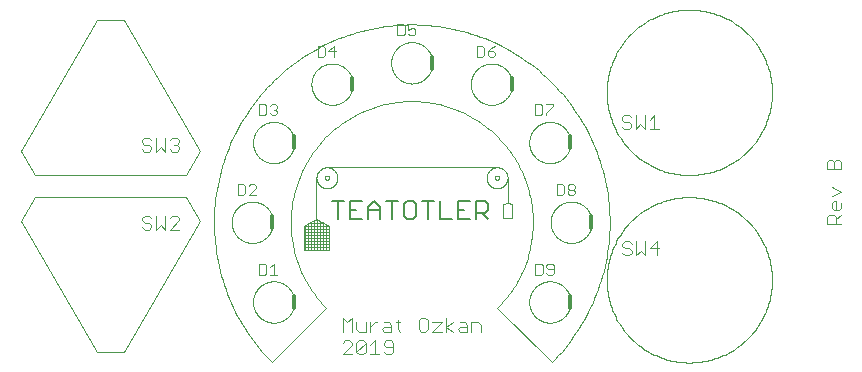
<source format=gbr>
G04 EAGLE Gerber RS-274X export*
G75*
%MOMM*%
%FSLAX34Y34*%
%LPD*%
%INSilkscreen Top*%
%IPPOS*%
%AMOC8*
5,1,8,0,0,1.08239X$1,22.5*%
G01*
%ADD10C,0.100000*%
%ADD11C,0.127000*%
%ADD12C,0.101600*%
%ADD13C,0.300000*%
%ADD14C,0.076200*%


D10*
X194227Y143832D02*
X65774Y143832D01*
X54227Y123832D01*
X118453Y12589D01*
X141547Y12589D01*
X205774Y123832D01*
X194227Y143832D01*
X54227Y182568D02*
X118453Y293811D01*
X54227Y182568D02*
X65774Y162568D01*
X194227Y162568D01*
X205774Y182568D01*
X141547Y293811D01*
X118453Y293811D01*
X550000Y232568D02*
X550021Y234286D01*
X550084Y236003D01*
X550190Y237718D01*
X550337Y239429D01*
X550526Y241137D01*
X550758Y242839D01*
X551031Y244535D01*
X551345Y246224D01*
X551701Y247905D01*
X552098Y249577D01*
X552536Y251238D01*
X553014Y252888D01*
X553533Y254526D01*
X554092Y256150D01*
X554691Y257761D01*
X555328Y259356D01*
X556005Y260935D01*
X556721Y262497D01*
X557474Y264041D01*
X558266Y265566D01*
X559094Y267071D01*
X559959Y268555D01*
X560860Y270018D01*
X561797Y271458D01*
X562769Y272875D01*
X563775Y274267D01*
X564816Y275634D01*
X565889Y276976D01*
X566995Y278290D01*
X568133Y279577D01*
X569303Y280836D01*
X570503Y282065D01*
X571732Y283265D01*
X572991Y284435D01*
X574278Y285573D01*
X575592Y286679D01*
X576934Y287752D01*
X578301Y288793D01*
X579693Y289799D01*
X581110Y290771D01*
X582550Y291708D01*
X584013Y292609D01*
X585497Y293474D01*
X587002Y294302D01*
X588527Y295094D01*
X590071Y295847D01*
X591633Y296563D01*
X593212Y297240D01*
X594807Y297877D01*
X596418Y298476D01*
X598042Y299035D01*
X599680Y299554D01*
X601330Y300032D01*
X602991Y300470D01*
X604663Y300867D01*
X606344Y301223D01*
X608033Y301537D01*
X609729Y301810D01*
X611431Y302042D01*
X613139Y302231D01*
X614850Y302378D01*
X616565Y302484D01*
X618282Y302547D01*
X620000Y302568D01*
X621718Y302547D01*
X623435Y302484D01*
X625150Y302378D01*
X626861Y302231D01*
X628569Y302042D01*
X630271Y301810D01*
X631967Y301537D01*
X633656Y301223D01*
X635337Y300867D01*
X637009Y300470D01*
X638670Y300032D01*
X640320Y299554D01*
X641958Y299035D01*
X643582Y298476D01*
X645193Y297877D01*
X646788Y297240D01*
X648367Y296563D01*
X649929Y295847D01*
X651473Y295094D01*
X652998Y294302D01*
X654503Y293474D01*
X655987Y292609D01*
X657450Y291708D01*
X658890Y290771D01*
X660307Y289799D01*
X661699Y288793D01*
X663066Y287752D01*
X664408Y286679D01*
X665722Y285573D01*
X667009Y284435D01*
X668268Y283265D01*
X669497Y282065D01*
X670697Y280836D01*
X671867Y279577D01*
X673005Y278290D01*
X674111Y276976D01*
X675184Y275634D01*
X676225Y274267D01*
X677231Y272875D01*
X678203Y271458D01*
X679140Y270018D01*
X680041Y268555D01*
X680906Y267071D01*
X681734Y265566D01*
X682526Y264041D01*
X683279Y262497D01*
X683995Y260935D01*
X684672Y259356D01*
X685309Y257761D01*
X685908Y256150D01*
X686467Y254526D01*
X686986Y252888D01*
X687464Y251238D01*
X687902Y249577D01*
X688299Y247905D01*
X688655Y246224D01*
X688969Y244535D01*
X689242Y242839D01*
X689474Y241137D01*
X689663Y239429D01*
X689810Y237718D01*
X689916Y236003D01*
X689979Y234286D01*
X690000Y232568D01*
X689979Y230850D01*
X689916Y229133D01*
X689810Y227418D01*
X689663Y225707D01*
X689474Y223999D01*
X689242Y222297D01*
X688969Y220601D01*
X688655Y218912D01*
X688299Y217231D01*
X687902Y215559D01*
X687464Y213898D01*
X686986Y212248D01*
X686467Y210610D01*
X685908Y208986D01*
X685309Y207375D01*
X684672Y205780D01*
X683995Y204201D01*
X683279Y202639D01*
X682526Y201095D01*
X681734Y199570D01*
X680906Y198065D01*
X680041Y196581D01*
X679140Y195118D01*
X678203Y193678D01*
X677231Y192261D01*
X676225Y190869D01*
X675184Y189502D01*
X674111Y188160D01*
X673005Y186846D01*
X671867Y185559D01*
X670697Y184300D01*
X669497Y183071D01*
X668268Y181871D01*
X667009Y180701D01*
X665722Y179563D01*
X664408Y178457D01*
X663066Y177384D01*
X661699Y176343D01*
X660307Y175337D01*
X658890Y174365D01*
X657450Y173428D01*
X655987Y172527D01*
X654503Y171662D01*
X652998Y170834D01*
X651473Y170042D01*
X649929Y169289D01*
X648367Y168573D01*
X646788Y167896D01*
X645193Y167259D01*
X643582Y166660D01*
X641958Y166101D01*
X640320Y165582D01*
X638670Y165104D01*
X637009Y164666D01*
X635337Y164269D01*
X633656Y163913D01*
X631967Y163599D01*
X630271Y163326D01*
X628569Y163094D01*
X626861Y162905D01*
X625150Y162758D01*
X623435Y162652D01*
X621718Y162589D01*
X620000Y162568D01*
X618282Y162589D01*
X616565Y162652D01*
X614850Y162758D01*
X613139Y162905D01*
X611431Y163094D01*
X609729Y163326D01*
X608033Y163599D01*
X606344Y163913D01*
X604663Y164269D01*
X602991Y164666D01*
X601330Y165104D01*
X599680Y165582D01*
X598042Y166101D01*
X596418Y166660D01*
X594807Y167259D01*
X593212Y167896D01*
X591633Y168573D01*
X590071Y169289D01*
X588527Y170042D01*
X587002Y170834D01*
X585497Y171662D01*
X584013Y172527D01*
X582550Y173428D01*
X581110Y174365D01*
X579693Y175337D01*
X578301Y176343D01*
X576934Y177384D01*
X575592Y178457D01*
X574278Y179563D01*
X572991Y180701D01*
X571732Y181871D01*
X570503Y183071D01*
X569303Y184300D01*
X568133Y185559D01*
X566995Y186846D01*
X565889Y188160D01*
X564816Y189502D01*
X563775Y190869D01*
X562769Y192261D01*
X561797Y193678D01*
X560860Y195118D01*
X559959Y196581D01*
X559094Y198065D01*
X558266Y199570D01*
X557474Y201095D01*
X556721Y202639D01*
X556005Y204201D01*
X555328Y205780D01*
X554691Y207375D01*
X554092Y208986D01*
X553533Y210610D01*
X553014Y212248D01*
X552536Y213898D01*
X552098Y215559D01*
X551701Y217231D01*
X551345Y218912D01*
X551031Y220601D01*
X550758Y222297D01*
X550526Y223999D01*
X550337Y225707D01*
X550190Y227418D01*
X550084Y229133D01*
X550021Y230850D01*
X550000Y232568D01*
X550000Y73832D02*
X550021Y75550D01*
X550084Y77267D01*
X550190Y78982D01*
X550337Y80693D01*
X550526Y82401D01*
X550758Y84103D01*
X551031Y85799D01*
X551345Y87488D01*
X551701Y89169D01*
X552098Y90841D01*
X552536Y92502D01*
X553014Y94152D01*
X553533Y95790D01*
X554092Y97414D01*
X554691Y99025D01*
X555328Y100620D01*
X556005Y102199D01*
X556721Y103761D01*
X557474Y105305D01*
X558266Y106830D01*
X559094Y108335D01*
X559959Y109819D01*
X560860Y111282D01*
X561797Y112722D01*
X562769Y114139D01*
X563775Y115531D01*
X564816Y116898D01*
X565889Y118240D01*
X566995Y119554D01*
X568133Y120841D01*
X569303Y122100D01*
X570503Y123329D01*
X571732Y124529D01*
X572991Y125699D01*
X574278Y126837D01*
X575592Y127943D01*
X576934Y129016D01*
X578301Y130057D01*
X579693Y131063D01*
X581110Y132035D01*
X582550Y132972D01*
X584013Y133873D01*
X585497Y134738D01*
X587002Y135566D01*
X588527Y136358D01*
X590071Y137111D01*
X591633Y137827D01*
X593212Y138504D01*
X594807Y139141D01*
X596418Y139740D01*
X598042Y140299D01*
X599680Y140818D01*
X601330Y141296D01*
X602991Y141734D01*
X604663Y142131D01*
X606344Y142487D01*
X608033Y142801D01*
X609729Y143074D01*
X611431Y143306D01*
X613139Y143495D01*
X614850Y143642D01*
X616565Y143748D01*
X618282Y143811D01*
X620000Y143832D01*
X621718Y143811D01*
X623435Y143748D01*
X625150Y143642D01*
X626861Y143495D01*
X628569Y143306D01*
X630271Y143074D01*
X631967Y142801D01*
X633656Y142487D01*
X635337Y142131D01*
X637009Y141734D01*
X638670Y141296D01*
X640320Y140818D01*
X641958Y140299D01*
X643582Y139740D01*
X645193Y139141D01*
X646788Y138504D01*
X648367Y137827D01*
X649929Y137111D01*
X651473Y136358D01*
X652998Y135566D01*
X654503Y134738D01*
X655987Y133873D01*
X657450Y132972D01*
X658890Y132035D01*
X660307Y131063D01*
X661699Y130057D01*
X663066Y129016D01*
X664408Y127943D01*
X665722Y126837D01*
X667009Y125699D01*
X668268Y124529D01*
X669497Y123329D01*
X670697Y122100D01*
X671867Y120841D01*
X673005Y119554D01*
X674111Y118240D01*
X675184Y116898D01*
X676225Y115531D01*
X677231Y114139D01*
X678203Y112722D01*
X679140Y111282D01*
X680041Y109819D01*
X680906Y108335D01*
X681734Y106830D01*
X682526Y105305D01*
X683279Y103761D01*
X683995Y102199D01*
X684672Y100620D01*
X685309Y99025D01*
X685908Y97414D01*
X686467Y95790D01*
X686986Y94152D01*
X687464Y92502D01*
X687902Y90841D01*
X688299Y89169D01*
X688655Y87488D01*
X688969Y85799D01*
X689242Y84103D01*
X689474Y82401D01*
X689663Y80693D01*
X689810Y78982D01*
X689916Y77267D01*
X689979Y75550D01*
X690000Y73832D01*
X689979Y72114D01*
X689916Y70397D01*
X689810Y68682D01*
X689663Y66971D01*
X689474Y65263D01*
X689242Y63561D01*
X688969Y61865D01*
X688655Y60176D01*
X688299Y58495D01*
X687902Y56823D01*
X687464Y55162D01*
X686986Y53512D01*
X686467Y51874D01*
X685908Y50250D01*
X685309Y48639D01*
X684672Y47044D01*
X683995Y45465D01*
X683279Y43903D01*
X682526Y42359D01*
X681734Y40834D01*
X680906Y39329D01*
X680041Y37845D01*
X679140Y36382D01*
X678203Y34942D01*
X677231Y33525D01*
X676225Y32133D01*
X675184Y30766D01*
X674111Y29424D01*
X673005Y28110D01*
X671867Y26823D01*
X670697Y25564D01*
X669497Y24335D01*
X668268Y23135D01*
X667009Y21965D01*
X665722Y20827D01*
X664408Y19721D01*
X663066Y18648D01*
X661699Y17607D01*
X660307Y16601D01*
X658890Y15629D01*
X657450Y14692D01*
X655987Y13791D01*
X654503Y12926D01*
X652998Y12098D01*
X651473Y11306D01*
X649929Y10553D01*
X648367Y9837D01*
X646788Y9160D01*
X645193Y8523D01*
X643582Y7924D01*
X641958Y7365D01*
X640320Y6846D01*
X638670Y6368D01*
X637009Y5930D01*
X635337Y5533D01*
X633656Y5177D01*
X631967Y4863D01*
X630271Y4590D01*
X628569Y4358D01*
X626861Y4169D01*
X625150Y4022D01*
X623435Y3916D01*
X621718Y3853D01*
X620000Y3832D01*
X618282Y3853D01*
X616565Y3916D01*
X614850Y4022D01*
X613139Y4169D01*
X611431Y4358D01*
X609729Y4590D01*
X608033Y4863D01*
X606344Y5177D01*
X604663Y5533D01*
X602991Y5930D01*
X601330Y6368D01*
X599680Y6846D01*
X598042Y7365D01*
X596418Y7924D01*
X594807Y8523D01*
X593212Y9160D01*
X591633Y9837D01*
X590071Y10553D01*
X588527Y11306D01*
X587002Y12098D01*
X585497Y12926D01*
X584013Y13791D01*
X582550Y14692D01*
X581110Y15629D01*
X579693Y16601D01*
X578301Y17607D01*
X576934Y18648D01*
X575592Y19721D01*
X574278Y20827D01*
X572991Y21965D01*
X571732Y23135D01*
X570503Y24335D01*
X569303Y25564D01*
X568133Y26823D01*
X566995Y28110D01*
X565889Y29424D01*
X564816Y30766D01*
X563775Y32133D01*
X562769Y33525D01*
X561797Y34942D01*
X560860Y36382D01*
X559959Y37845D01*
X559094Y39329D01*
X558266Y40834D01*
X557474Y42359D01*
X556721Y43903D01*
X556005Y45465D01*
X555328Y47044D01*
X554691Y48639D01*
X554092Y50250D01*
X553533Y51874D01*
X553014Y53512D01*
X552536Y55162D01*
X552098Y56823D01*
X551701Y58495D01*
X551345Y60176D01*
X551031Y61865D01*
X550758Y63561D01*
X550526Y65263D01*
X550337Y66971D01*
X550190Y68682D01*
X550084Y70397D01*
X550021Y72114D01*
X550000Y73832D01*
X250587Y55089D02*
X250592Y55518D01*
X250608Y55948D01*
X250634Y56376D01*
X250671Y56804D01*
X250719Y57231D01*
X250776Y57657D01*
X250845Y58081D01*
X250923Y58503D01*
X251012Y58923D01*
X251111Y59341D01*
X251221Y59756D01*
X251341Y60169D01*
X251470Y60578D01*
X251610Y60985D01*
X251760Y61387D01*
X251919Y61786D01*
X252088Y62181D01*
X252267Y62571D01*
X252456Y62957D01*
X252653Y63338D01*
X252860Y63715D01*
X253077Y64086D01*
X253302Y64451D01*
X253536Y64811D01*
X253779Y65166D01*
X254031Y65514D01*
X254291Y65856D01*
X254559Y66191D01*
X254836Y66520D01*
X255120Y66841D01*
X255413Y67156D01*
X255713Y67463D01*
X256020Y67763D01*
X256335Y68056D01*
X256656Y68340D01*
X256985Y68617D01*
X257320Y68885D01*
X257662Y69145D01*
X258010Y69397D01*
X258365Y69640D01*
X258725Y69874D01*
X259090Y70099D01*
X259461Y70316D01*
X259838Y70523D01*
X260219Y70720D01*
X260605Y70909D01*
X260995Y71088D01*
X261390Y71257D01*
X261789Y71416D01*
X262191Y71566D01*
X262598Y71706D01*
X263007Y71835D01*
X263420Y71955D01*
X263835Y72065D01*
X264253Y72164D01*
X264673Y72253D01*
X265095Y72331D01*
X265519Y72400D01*
X265945Y72457D01*
X266372Y72505D01*
X266800Y72542D01*
X267228Y72568D01*
X267658Y72584D01*
X268087Y72589D01*
X268516Y72584D01*
X268946Y72568D01*
X269374Y72542D01*
X269802Y72505D01*
X270229Y72457D01*
X270655Y72400D01*
X271079Y72331D01*
X271501Y72253D01*
X271921Y72164D01*
X272339Y72065D01*
X272754Y71955D01*
X273167Y71835D01*
X273576Y71706D01*
X273983Y71566D01*
X274385Y71416D01*
X274784Y71257D01*
X275179Y71088D01*
X275569Y70909D01*
X275955Y70720D01*
X276336Y70523D01*
X276713Y70316D01*
X277084Y70099D01*
X277449Y69874D01*
X277809Y69640D01*
X278164Y69397D01*
X278512Y69145D01*
X278854Y68885D01*
X279189Y68617D01*
X279518Y68340D01*
X279839Y68056D01*
X280154Y67763D01*
X280461Y67463D01*
X280761Y67156D01*
X281054Y66841D01*
X281338Y66520D01*
X281615Y66191D01*
X281883Y65856D01*
X282143Y65514D01*
X282395Y65166D01*
X282638Y64811D01*
X282872Y64451D01*
X283097Y64086D01*
X283314Y63715D01*
X283521Y63338D01*
X283718Y62957D01*
X283907Y62571D01*
X284086Y62181D01*
X284255Y61786D01*
X284414Y61387D01*
X284564Y60985D01*
X284704Y60578D01*
X284833Y60169D01*
X284953Y59756D01*
X285063Y59341D01*
X285162Y58923D01*
X285251Y58503D01*
X285329Y58081D01*
X285398Y57657D01*
X285455Y57231D01*
X285503Y56804D01*
X285540Y56376D01*
X285566Y55948D01*
X285582Y55518D01*
X285587Y55089D01*
X285582Y54660D01*
X285566Y54230D01*
X285540Y53802D01*
X285503Y53374D01*
X285455Y52947D01*
X285398Y52521D01*
X285329Y52097D01*
X285251Y51675D01*
X285162Y51255D01*
X285063Y50837D01*
X284953Y50422D01*
X284833Y50009D01*
X284704Y49600D01*
X284564Y49193D01*
X284414Y48791D01*
X284255Y48392D01*
X284086Y47997D01*
X283907Y47607D01*
X283718Y47221D01*
X283521Y46840D01*
X283314Y46463D01*
X283097Y46092D01*
X282872Y45727D01*
X282638Y45367D01*
X282395Y45012D01*
X282143Y44664D01*
X281883Y44322D01*
X281615Y43987D01*
X281338Y43658D01*
X281054Y43337D01*
X280761Y43022D01*
X280461Y42715D01*
X280154Y42415D01*
X279839Y42122D01*
X279518Y41838D01*
X279189Y41561D01*
X278854Y41293D01*
X278512Y41033D01*
X278164Y40781D01*
X277809Y40538D01*
X277449Y40304D01*
X277084Y40079D01*
X276713Y39862D01*
X276336Y39655D01*
X275955Y39458D01*
X275569Y39269D01*
X275179Y39090D01*
X274784Y38921D01*
X274385Y38762D01*
X273983Y38612D01*
X273576Y38472D01*
X273167Y38343D01*
X272754Y38223D01*
X272339Y38113D01*
X271921Y38014D01*
X271501Y37925D01*
X271079Y37847D01*
X270655Y37778D01*
X270229Y37721D01*
X269802Y37673D01*
X269374Y37636D01*
X268946Y37610D01*
X268516Y37594D01*
X268087Y37589D01*
X267658Y37594D01*
X267228Y37610D01*
X266800Y37636D01*
X266372Y37673D01*
X265945Y37721D01*
X265519Y37778D01*
X265095Y37847D01*
X264673Y37925D01*
X264253Y38014D01*
X263835Y38113D01*
X263420Y38223D01*
X263007Y38343D01*
X262598Y38472D01*
X262191Y38612D01*
X261789Y38762D01*
X261390Y38921D01*
X260995Y39090D01*
X260605Y39269D01*
X260219Y39458D01*
X259838Y39655D01*
X259461Y39862D01*
X259090Y40079D01*
X258725Y40304D01*
X258365Y40538D01*
X258010Y40781D01*
X257662Y41033D01*
X257320Y41293D01*
X256985Y41561D01*
X256656Y41838D01*
X256335Y42122D01*
X256020Y42415D01*
X255713Y42715D01*
X255413Y43022D01*
X255120Y43337D01*
X254836Y43658D01*
X254559Y43987D01*
X254291Y44322D01*
X254031Y44664D01*
X253779Y45012D01*
X253536Y45367D01*
X253302Y45727D01*
X253077Y46092D01*
X252860Y46463D01*
X252653Y46840D01*
X252456Y47221D01*
X252267Y47607D01*
X252088Y47997D01*
X251919Y48392D01*
X251760Y48791D01*
X251610Y49193D01*
X251470Y49600D01*
X251341Y50009D01*
X251221Y50422D01*
X251111Y50837D01*
X251012Y51255D01*
X250923Y51675D01*
X250845Y52097D01*
X250776Y52521D01*
X250719Y52947D01*
X250671Y53374D01*
X250634Y53802D01*
X250608Y54230D01*
X250592Y54660D01*
X250587Y55089D01*
X232500Y122589D02*
X232505Y123018D01*
X232521Y123448D01*
X232547Y123876D01*
X232584Y124304D01*
X232632Y124731D01*
X232689Y125157D01*
X232758Y125581D01*
X232836Y126003D01*
X232925Y126423D01*
X233024Y126841D01*
X233134Y127256D01*
X233254Y127669D01*
X233383Y128078D01*
X233523Y128485D01*
X233673Y128887D01*
X233832Y129286D01*
X234001Y129681D01*
X234180Y130071D01*
X234369Y130457D01*
X234566Y130838D01*
X234773Y131215D01*
X234990Y131586D01*
X235215Y131951D01*
X235449Y132311D01*
X235692Y132666D01*
X235944Y133014D01*
X236204Y133356D01*
X236472Y133691D01*
X236749Y134020D01*
X237033Y134341D01*
X237326Y134656D01*
X237626Y134963D01*
X237933Y135263D01*
X238248Y135556D01*
X238569Y135840D01*
X238898Y136117D01*
X239233Y136385D01*
X239575Y136645D01*
X239923Y136897D01*
X240278Y137140D01*
X240638Y137374D01*
X241003Y137599D01*
X241374Y137816D01*
X241751Y138023D01*
X242132Y138220D01*
X242518Y138409D01*
X242908Y138588D01*
X243303Y138757D01*
X243702Y138916D01*
X244104Y139066D01*
X244511Y139206D01*
X244920Y139335D01*
X245333Y139455D01*
X245748Y139565D01*
X246166Y139664D01*
X246586Y139753D01*
X247008Y139831D01*
X247432Y139900D01*
X247858Y139957D01*
X248285Y140005D01*
X248713Y140042D01*
X249141Y140068D01*
X249571Y140084D01*
X250000Y140089D01*
X250429Y140084D01*
X250859Y140068D01*
X251287Y140042D01*
X251715Y140005D01*
X252142Y139957D01*
X252568Y139900D01*
X252992Y139831D01*
X253414Y139753D01*
X253834Y139664D01*
X254252Y139565D01*
X254667Y139455D01*
X255080Y139335D01*
X255489Y139206D01*
X255896Y139066D01*
X256298Y138916D01*
X256697Y138757D01*
X257092Y138588D01*
X257482Y138409D01*
X257868Y138220D01*
X258249Y138023D01*
X258626Y137816D01*
X258997Y137599D01*
X259362Y137374D01*
X259722Y137140D01*
X260077Y136897D01*
X260425Y136645D01*
X260767Y136385D01*
X261102Y136117D01*
X261431Y135840D01*
X261752Y135556D01*
X262067Y135263D01*
X262374Y134963D01*
X262674Y134656D01*
X262967Y134341D01*
X263251Y134020D01*
X263528Y133691D01*
X263796Y133356D01*
X264056Y133014D01*
X264308Y132666D01*
X264551Y132311D01*
X264785Y131951D01*
X265010Y131586D01*
X265227Y131215D01*
X265434Y130838D01*
X265631Y130457D01*
X265820Y130071D01*
X265999Y129681D01*
X266168Y129286D01*
X266327Y128887D01*
X266477Y128485D01*
X266617Y128078D01*
X266746Y127669D01*
X266866Y127256D01*
X266976Y126841D01*
X267075Y126423D01*
X267164Y126003D01*
X267242Y125581D01*
X267311Y125157D01*
X267368Y124731D01*
X267416Y124304D01*
X267453Y123876D01*
X267479Y123448D01*
X267495Y123018D01*
X267500Y122589D01*
X267495Y122160D01*
X267479Y121730D01*
X267453Y121302D01*
X267416Y120874D01*
X267368Y120447D01*
X267311Y120021D01*
X267242Y119597D01*
X267164Y119175D01*
X267075Y118755D01*
X266976Y118337D01*
X266866Y117922D01*
X266746Y117509D01*
X266617Y117100D01*
X266477Y116693D01*
X266327Y116291D01*
X266168Y115892D01*
X265999Y115497D01*
X265820Y115107D01*
X265631Y114721D01*
X265434Y114340D01*
X265227Y113963D01*
X265010Y113592D01*
X264785Y113227D01*
X264551Y112867D01*
X264308Y112512D01*
X264056Y112164D01*
X263796Y111822D01*
X263528Y111487D01*
X263251Y111158D01*
X262967Y110837D01*
X262674Y110522D01*
X262374Y110215D01*
X262067Y109915D01*
X261752Y109622D01*
X261431Y109338D01*
X261102Y109061D01*
X260767Y108793D01*
X260425Y108533D01*
X260077Y108281D01*
X259722Y108038D01*
X259362Y107804D01*
X258997Y107579D01*
X258626Y107362D01*
X258249Y107155D01*
X257868Y106958D01*
X257482Y106769D01*
X257092Y106590D01*
X256697Y106421D01*
X256298Y106262D01*
X255896Y106112D01*
X255489Y105972D01*
X255080Y105843D01*
X254667Y105723D01*
X254252Y105613D01*
X253834Y105514D01*
X253414Y105425D01*
X252992Y105347D01*
X252568Y105278D01*
X252142Y105221D01*
X251715Y105173D01*
X251287Y105136D01*
X250859Y105110D01*
X250429Y105094D01*
X250000Y105089D01*
X249571Y105094D01*
X249141Y105110D01*
X248713Y105136D01*
X248285Y105173D01*
X247858Y105221D01*
X247432Y105278D01*
X247008Y105347D01*
X246586Y105425D01*
X246166Y105514D01*
X245748Y105613D01*
X245333Y105723D01*
X244920Y105843D01*
X244511Y105972D01*
X244104Y106112D01*
X243702Y106262D01*
X243303Y106421D01*
X242908Y106590D01*
X242518Y106769D01*
X242132Y106958D01*
X241751Y107155D01*
X241374Y107362D01*
X241003Y107579D01*
X240638Y107804D01*
X240278Y108038D01*
X239923Y108281D01*
X239575Y108533D01*
X239233Y108793D01*
X238898Y109061D01*
X238569Y109338D01*
X238248Y109622D01*
X237933Y109915D01*
X237626Y110215D01*
X237326Y110522D01*
X237033Y110837D01*
X236749Y111158D01*
X236472Y111487D01*
X236204Y111822D01*
X235944Y112164D01*
X235692Y112512D01*
X235449Y112867D01*
X235215Y113227D01*
X234990Y113592D01*
X234773Y113963D01*
X234566Y114340D01*
X234369Y114721D01*
X234180Y115107D01*
X234001Y115497D01*
X233832Y115892D01*
X233673Y116291D01*
X233523Y116693D01*
X233383Y117100D01*
X233254Y117509D01*
X233134Y117922D01*
X233024Y118337D01*
X232925Y118755D01*
X232836Y119175D01*
X232758Y119597D01*
X232689Y120021D01*
X232632Y120447D01*
X232584Y120874D01*
X232547Y121302D01*
X232521Y121730D01*
X232505Y122160D01*
X232500Y122589D01*
X250587Y190089D02*
X250592Y190518D01*
X250608Y190948D01*
X250634Y191376D01*
X250671Y191804D01*
X250719Y192231D01*
X250776Y192657D01*
X250845Y193081D01*
X250923Y193503D01*
X251012Y193923D01*
X251111Y194341D01*
X251221Y194756D01*
X251341Y195169D01*
X251470Y195578D01*
X251610Y195985D01*
X251760Y196387D01*
X251919Y196786D01*
X252088Y197181D01*
X252267Y197571D01*
X252456Y197957D01*
X252653Y198338D01*
X252860Y198715D01*
X253077Y199086D01*
X253302Y199451D01*
X253536Y199811D01*
X253779Y200166D01*
X254031Y200514D01*
X254291Y200856D01*
X254559Y201191D01*
X254836Y201520D01*
X255120Y201841D01*
X255413Y202156D01*
X255713Y202463D01*
X256020Y202763D01*
X256335Y203056D01*
X256656Y203340D01*
X256985Y203617D01*
X257320Y203885D01*
X257662Y204145D01*
X258010Y204397D01*
X258365Y204640D01*
X258725Y204874D01*
X259090Y205099D01*
X259461Y205316D01*
X259838Y205523D01*
X260219Y205720D01*
X260605Y205909D01*
X260995Y206088D01*
X261390Y206257D01*
X261789Y206416D01*
X262191Y206566D01*
X262598Y206706D01*
X263007Y206835D01*
X263420Y206955D01*
X263835Y207065D01*
X264253Y207164D01*
X264673Y207253D01*
X265095Y207331D01*
X265519Y207400D01*
X265945Y207457D01*
X266372Y207505D01*
X266800Y207542D01*
X267228Y207568D01*
X267658Y207584D01*
X268087Y207589D01*
X268516Y207584D01*
X268946Y207568D01*
X269374Y207542D01*
X269802Y207505D01*
X270229Y207457D01*
X270655Y207400D01*
X271079Y207331D01*
X271501Y207253D01*
X271921Y207164D01*
X272339Y207065D01*
X272754Y206955D01*
X273167Y206835D01*
X273576Y206706D01*
X273983Y206566D01*
X274385Y206416D01*
X274784Y206257D01*
X275179Y206088D01*
X275569Y205909D01*
X275955Y205720D01*
X276336Y205523D01*
X276713Y205316D01*
X277084Y205099D01*
X277449Y204874D01*
X277809Y204640D01*
X278164Y204397D01*
X278512Y204145D01*
X278854Y203885D01*
X279189Y203617D01*
X279518Y203340D01*
X279839Y203056D01*
X280154Y202763D01*
X280461Y202463D01*
X280761Y202156D01*
X281054Y201841D01*
X281338Y201520D01*
X281615Y201191D01*
X281883Y200856D01*
X282143Y200514D01*
X282395Y200166D01*
X282638Y199811D01*
X282872Y199451D01*
X283097Y199086D01*
X283314Y198715D01*
X283521Y198338D01*
X283718Y197957D01*
X283907Y197571D01*
X284086Y197181D01*
X284255Y196786D01*
X284414Y196387D01*
X284564Y195985D01*
X284704Y195578D01*
X284833Y195169D01*
X284953Y194756D01*
X285063Y194341D01*
X285162Y193923D01*
X285251Y193503D01*
X285329Y193081D01*
X285398Y192657D01*
X285455Y192231D01*
X285503Y191804D01*
X285540Y191376D01*
X285566Y190948D01*
X285582Y190518D01*
X285587Y190089D01*
X285582Y189660D01*
X285566Y189230D01*
X285540Y188802D01*
X285503Y188374D01*
X285455Y187947D01*
X285398Y187521D01*
X285329Y187097D01*
X285251Y186675D01*
X285162Y186255D01*
X285063Y185837D01*
X284953Y185422D01*
X284833Y185009D01*
X284704Y184600D01*
X284564Y184193D01*
X284414Y183791D01*
X284255Y183392D01*
X284086Y182997D01*
X283907Y182607D01*
X283718Y182221D01*
X283521Y181840D01*
X283314Y181463D01*
X283097Y181092D01*
X282872Y180727D01*
X282638Y180367D01*
X282395Y180012D01*
X282143Y179664D01*
X281883Y179322D01*
X281615Y178987D01*
X281338Y178658D01*
X281054Y178337D01*
X280761Y178022D01*
X280461Y177715D01*
X280154Y177415D01*
X279839Y177122D01*
X279518Y176838D01*
X279189Y176561D01*
X278854Y176293D01*
X278512Y176033D01*
X278164Y175781D01*
X277809Y175538D01*
X277449Y175304D01*
X277084Y175079D01*
X276713Y174862D01*
X276336Y174655D01*
X275955Y174458D01*
X275569Y174269D01*
X275179Y174090D01*
X274784Y173921D01*
X274385Y173762D01*
X273983Y173612D01*
X273576Y173472D01*
X273167Y173343D01*
X272754Y173223D01*
X272339Y173113D01*
X271921Y173014D01*
X271501Y172925D01*
X271079Y172847D01*
X270655Y172778D01*
X270229Y172721D01*
X269802Y172673D01*
X269374Y172636D01*
X268946Y172610D01*
X268516Y172594D01*
X268087Y172589D01*
X267658Y172594D01*
X267228Y172610D01*
X266800Y172636D01*
X266372Y172673D01*
X265945Y172721D01*
X265519Y172778D01*
X265095Y172847D01*
X264673Y172925D01*
X264253Y173014D01*
X263835Y173113D01*
X263420Y173223D01*
X263007Y173343D01*
X262598Y173472D01*
X262191Y173612D01*
X261789Y173762D01*
X261390Y173921D01*
X260995Y174090D01*
X260605Y174269D01*
X260219Y174458D01*
X259838Y174655D01*
X259461Y174862D01*
X259090Y175079D01*
X258725Y175304D01*
X258365Y175538D01*
X258010Y175781D01*
X257662Y176033D01*
X257320Y176293D01*
X256985Y176561D01*
X256656Y176838D01*
X256335Y177122D01*
X256020Y177415D01*
X255713Y177715D01*
X255413Y178022D01*
X255120Y178337D01*
X254836Y178658D01*
X254559Y178987D01*
X254291Y179322D01*
X254031Y179664D01*
X253779Y180012D01*
X253536Y180367D01*
X253302Y180727D01*
X253077Y181092D01*
X252860Y181463D01*
X252653Y181840D01*
X252456Y182221D01*
X252267Y182607D01*
X252088Y182997D01*
X251919Y183392D01*
X251760Y183791D01*
X251610Y184193D01*
X251470Y184600D01*
X251341Y185009D01*
X251221Y185422D01*
X251111Y185837D01*
X251012Y186255D01*
X250923Y186675D01*
X250845Y187097D01*
X250776Y187521D01*
X250719Y187947D01*
X250671Y188374D01*
X250634Y188802D01*
X250608Y189230D01*
X250592Y189660D01*
X250587Y190089D01*
X300000Y239502D02*
X300005Y239931D01*
X300021Y240361D01*
X300047Y240789D01*
X300084Y241217D01*
X300132Y241644D01*
X300189Y242070D01*
X300258Y242494D01*
X300336Y242916D01*
X300425Y243336D01*
X300524Y243754D01*
X300634Y244169D01*
X300754Y244582D01*
X300883Y244991D01*
X301023Y245398D01*
X301173Y245800D01*
X301332Y246199D01*
X301501Y246594D01*
X301680Y246984D01*
X301869Y247370D01*
X302066Y247751D01*
X302273Y248128D01*
X302490Y248499D01*
X302715Y248864D01*
X302949Y249224D01*
X303192Y249579D01*
X303444Y249927D01*
X303704Y250269D01*
X303972Y250604D01*
X304249Y250933D01*
X304533Y251254D01*
X304826Y251569D01*
X305126Y251876D01*
X305433Y252176D01*
X305748Y252469D01*
X306069Y252753D01*
X306398Y253030D01*
X306733Y253298D01*
X307075Y253558D01*
X307423Y253810D01*
X307778Y254053D01*
X308138Y254287D01*
X308503Y254512D01*
X308874Y254729D01*
X309251Y254936D01*
X309632Y255133D01*
X310018Y255322D01*
X310408Y255501D01*
X310803Y255670D01*
X311202Y255829D01*
X311604Y255979D01*
X312011Y256119D01*
X312420Y256248D01*
X312833Y256368D01*
X313248Y256478D01*
X313666Y256577D01*
X314086Y256666D01*
X314508Y256744D01*
X314932Y256813D01*
X315358Y256870D01*
X315785Y256918D01*
X316213Y256955D01*
X316641Y256981D01*
X317071Y256997D01*
X317500Y257002D01*
X317929Y256997D01*
X318359Y256981D01*
X318787Y256955D01*
X319215Y256918D01*
X319642Y256870D01*
X320068Y256813D01*
X320492Y256744D01*
X320914Y256666D01*
X321334Y256577D01*
X321752Y256478D01*
X322167Y256368D01*
X322580Y256248D01*
X322989Y256119D01*
X323396Y255979D01*
X323798Y255829D01*
X324197Y255670D01*
X324592Y255501D01*
X324982Y255322D01*
X325368Y255133D01*
X325749Y254936D01*
X326126Y254729D01*
X326497Y254512D01*
X326862Y254287D01*
X327222Y254053D01*
X327577Y253810D01*
X327925Y253558D01*
X328267Y253298D01*
X328602Y253030D01*
X328931Y252753D01*
X329252Y252469D01*
X329567Y252176D01*
X329874Y251876D01*
X330174Y251569D01*
X330467Y251254D01*
X330751Y250933D01*
X331028Y250604D01*
X331296Y250269D01*
X331556Y249927D01*
X331808Y249579D01*
X332051Y249224D01*
X332285Y248864D01*
X332510Y248499D01*
X332727Y248128D01*
X332934Y247751D01*
X333131Y247370D01*
X333320Y246984D01*
X333499Y246594D01*
X333668Y246199D01*
X333827Y245800D01*
X333977Y245398D01*
X334117Y244991D01*
X334246Y244582D01*
X334366Y244169D01*
X334476Y243754D01*
X334575Y243336D01*
X334664Y242916D01*
X334742Y242494D01*
X334811Y242070D01*
X334868Y241644D01*
X334916Y241217D01*
X334953Y240789D01*
X334979Y240361D01*
X334995Y239931D01*
X335000Y239502D01*
X334995Y239073D01*
X334979Y238643D01*
X334953Y238215D01*
X334916Y237787D01*
X334868Y237360D01*
X334811Y236934D01*
X334742Y236510D01*
X334664Y236088D01*
X334575Y235668D01*
X334476Y235250D01*
X334366Y234835D01*
X334246Y234422D01*
X334117Y234013D01*
X333977Y233606D01*
X333827Y233204D01*
X333668Y232805D01*
X333499Y232410D01*
X333320Y232020D01*
X333131Y231634D01*
X332934Y231253D01*
X332727Y230876D01*
X332510Y230505D01*
X332285Y230140D01*
X332051Y229780D01*
X331808Y229425D01*
X331556Y229077D01*
X331296Y228735D01*
X331028Y228400D01*
X330751Y228071D01*
X330467Y227750D01*
X330174Y227435D01*
X329874Y227128D01*
X329567Y226828D01*
X329252Y226535D01*
X328931Y226251D01*
X328602Y225974D01*
X328267Y225706D01*
X327925Y225446D01*
X327577Y225194D01*
X327222Y224951D01*
X326862Y224717D01*
X326497Y224492D01*
X326126Y224275D01*
X325749Y224068D01*
X325368Y223871D01*
X324982Y223682D01*
X324592Y223503D01*
X324197Y223334D01*
X323798Y223175D01*
X323396Y223025D01*
X322989Y222885D01*
X322580Y222756D01*
X322167Y222636D01*
X321752Y222526D01*
X321334Y222427D01*
X320914Y222338D01*
X320492Y222260D01*
X320068Y222191D01*
X319642Y222134D01*
X319215Y222086D01*
X318787Y222049D01*
X318359Y222023D01*
X317929Y222007D01*
X317500Y222002D01*
X317071Y222007D01*
X316641Y222023D01*
X316213Y222049D01*
X315785Y222086D01*
X315358Y222134D01*
X314932Y222191D01*
X314508Y222260D01*
X314086Y222338D01*
X313666Y222427D01*
X313248Y222526D01*
X312833Y222636D01*
X312420Y222756D01*
X312011Y222885D01*
X311604Y223025D01*
X311202Y223175D01*
X310803Y223334D01*
X310408Y223503D01*
X310018Y223682D01*
X309632Y223871D01*
X309251Y224068D01*
X308874Y224275D01*
X308503Y224492D01*
X308138Y224717D01*
X307778Y224951D01*
X307423Y225194D01*
X307075Y225446D01*
X306733Y225706D01*
X306398Y225974D01*
X306069Y226251D01*
X305748Y226535D01*
X305433Y226828D01*
X305126Y227128D01*
X304826Y227435D01*
X304533Y227750D01*
X304249Y228071D01*
X303972Y228400D01*
X303704Y228735D01*
X303444Y229077D01*
X303192Y229425D01*
X302949Y229780D01*
X302715Y230140D01*
X302490Y230505D01*
X302273Y230876D01*
X302066Y231253D01*
X301869Y231634D01*
X301680Y232020D01*
X301501Y232410D01*
X301332Y232805D01*
X301173Y233204D01*
X301023Y233606D01*
X300883Y234013D01*
X300754Y234422D01*
X300634Y234835D01*
X300524Y235250D01*
X300425Y235668D01*
X300336Y236088D01*
X300258Y236510D01*
X300189Y236934D01*
X300132Y237360D01*
X300084Y237787D01*
X300047Y238215D01*
X300021Y238643D01*
X300005Y239073D01*
X300000Y239502D01*
X367500Y257589D02*
X367505Y258018D01*
X367521Y258448D01*
X367547Y258876D01*
X367584Y259304D01*
X367632Y259731D01*
X367689Y260157D01*
X367758Y260581D01*
X367836Y261003D01*
X367925Y261423D01*
X368024Y261841D01*
X368134Y262256D01*
X368254Y262669D01*
X368383Y263078D01*
X368523Y263485D01*
X368673Y263887D01*
X368832Y264286D01*
X369001Y264681D01*
X369180Y265071D01*
X369369Y265457D01*
X369566Y265838D01*
X369773Y266215D01*
X369990Y266586D01*
X370215Y266951D01*
X370449Y267311D01*
X370692Y267666D01*
X370944Y268014D01*
X371204Y268356D01*
X371472Y268691D01*
X371749Y269020D01*
X372033Y269341D01*
X372326Y269656D01*
X372626Y269963D01*
X372933Y270263D01*
X373248Y270556D01*
X373569Y270840D01*
X373898Y271117D01*
X374233Y271385D01*
X374575Y271645D01*
X374923Y271897D01*
X375278Y272140D01*
X375638Y272374D01*
X376003Y272599D01*
X376374Y272816D01*
X376751Y273023D01*
X377132Y273220D01*
X377518Y273409D01*
X377908Y273588D01*
X378303Y273757D01*
X378702Y273916D01*
X379104Y274066D01*
X379511Y274206D01*
X379920Y274335D01*
X380333Y274455D01*
X380748Y274565D01*
X381166Y274664D01*
X381586Y274753D01*
X382008Y274831D01*
X382432Y274900D01*
X382858Y274957D01*
X383285Y275005D01*
X383713Y275042D01*
X384141Y275068D01*
X384571Y275084D01*
X385000Y275089D01*
X385429Y275084D01*
X385859Y275068D01*
X386287Y275042D01*
X386715Y275005D01*
X387142Y274957D01*
X387568Y274900D01*
X387992Y274831D01*
X388414Y274753D01*
X388834Y274664D01*
X389252Y274565D01*
X389667Y274455D01*
X390080Y274335D01*
X390489Y274206D01*
X390896Y274066D01*
X391298Y273916D01*
X391697Y273757D01*
X392092Y273588D01*
X392482Y273409D01*
X392868Y273220D01*
X393249Y273023D01*
X393626Y272816D01*
X393997Y272599D01*
X394362Y272374D01*
X394722Y272140D01*
X395077Y271897D01*
X395425Y271645D01*
X395767Y271385D01*
X396102Y271117D01*
X396431Y270840D01*
X396752Y270556D01*
X397067Y270263D01*
X397374Y269963D01*
X397674Y269656D01*
X397967Y269341D01*
X398251Y269020D01*
X398528Y268691D01*
X398796Y268356D01*
X399056Y268014D01*
X399308Y267666D01*
X399551Y267311D01*
X399785Y266951D01*
X400010Y266586D01*
X400227Y266215D01*
X400434Y265838D01*
X400631Y265457D01*
X400820Y265071D01*
X400999Y264681D01*
X401168Y264286D01*
X401327Y263887D01*
X401477Y263485D01*
X401617Y263078D01*
X401746Y262669D01*
X401866Y262256D01*
X401976Y261841D01*
X402075Y261423D01*
X402164Y261003D01*
X402242Y260581D01*
X402311Y260157D01*
X402368Y259731D01*
X402416Y259304D01*
X402453Y258876D01*
X402479Y258448D01*
X402495Y258018D01*
X402500Y257589D01*
X402495Y257160D01*
X402479Y256730D01*
X402453Y256302D01*
X402416Y255874D01*
X402368Y255447D01*
X402311Y255021D01*
X402242Y254597D01*
X402164Y254175D01*
X402075Y253755D01*
X401976Y253337D01*
X401866Y252922D01*
X401746Y252509D01*
X401617Y252100D01*
X401477Y251693D01*
X401327Y251291D01*
X401168Y250892D01*
X400999Y250497D01*
X400820Y250107D01*
X400631Y249721D01*
X400434Y249340D01*
X400227Y248963D01*
X400010Y248592D01*
X399785Y248227D01*
X399551Y247867D01*
X399308Y247512D01*
X399056Y247164D01*
X398796Y246822D01*
X398528Y246487D01*
X398251Y246158D01*
X397967Y245837D01*
X397674Y245522D01*
X397374Y245215D01*
X397067Y244915D01*
X396752Y244622D01*
X396431Y244338D01*
X396102Y244061D01*
X395767Y243793D01*
X395425Y243533D01*
X395077Y243281D01*
X394722Y243038D01*
X394362Y242804D01*
X393997Y242579D01*
X393626Y242362D01*
X393249Y242155D01*
X392868Y241958D01*
X392482Y241769D01*
X392092Y241590D01*
X391697Y241421D01*
X391298Y241262D01*
X390896Y241112D01*
X390489Y240972D01*
X390080Y240843D01*
X389667Y240723D01*
X389252Y240613D01*
X388834Y240514D01*
X388414Y240425D01*
X387992Y240347D01*
X387568Y240278D01*
X387142Y240221D01*
X386715Y240173D01*
X386287Y240136D01*
X385859Y240110D01*
X385429Y240094D01*
X385000Y240089D01*
X384571Y240094D01*
X384141Y240110D01*
X383713Y240136D01*
X383285Y240173D01*
X382858Y240221D01*
X382432Y240278D01*
X382008Y240347D01*
X381586Y240425D01*
X381166Y240514D01*
X380748Y240613D01*
X380333Y240723D01*
X379920Y240843D01*
X379511Y240972D01*
X379104Y241112D01*
X378702Y241262D01*
X378303Y241421D01*
X377908Y241590D01*
X377518Y241769D01*
X377132Y241958D01*
X376751Y242155D01*
X376374Y242362D01*
X376003Y242579D01*
X375638Y242804D01*
X375278Y243038D01*
X374923Y243281D01*
X374575Y243533D01*
X374233Y243793D01*
X373898Y244061D01*
X373569Y244338D01*
X373248Y244622D01*
X372933Y244915D01*
X372626Y245215D01*
X372326Y245522D01*
X372033Y245837D01*
X371749Y246158D01*
X371472Y246487D01*
X371204Y246822D01*
X370944Y247164D01*
X370692Y247512D01*
X370449Y247867D01*
X370215Y248227D01*
X369990Y248592D01*
X369773Y248963D01*
X369566Y249340D01*
X369369Y249721D01*
X369180Y250107D01*
X369001Y250497D01*
X368832Y250892D01*
X368673Y251291D01*
X368523Y251693D01*
X368383Y252100D01*
X368254Y252509D01*
X368134Y252922D01*
X368024Y253337D01*
X367925Y253755D01*
X367836Y254175D01*
X367758Y254597D01*
X367689Y255021D01*
X367632Y255447D01*
X367584Y255874D01*
X367547Y256302D01*
X367521Y256730D01*
X367505Y257160D01*
X367500Y257589D01*
X435000Y239502D02*
X435005Y239931D01*
X435021Y240361D01*
X435047Y240789D01*
X435084Y241217D01*
X435132Y241644D01*
X435189Y242070D01*
X435258Y242494D01*
X435336Y242916D01*
X435425Y243336D01*
X435524Y243754D01*
X435634Y244169D01*
X435754Y244582D01*
X435883Y244991D01*
X436023Y245398D01*
X436173Y245800D01*
X436332Y246199D01*
X436501Y246594D01*
X436680Y246984D01*
X436869Y247370D01*
X437066Y247751D01*
X437273Y248128D01*
X437490Y248499D01*
X437715Y248864D01*
X437949Y249224D01*
X438192Y249579D01*
X438444Y249927D01*
X438704Y250269D01*
X438972Y250604D01*
X439249Y250933D01*
X439533Y251254D01*
X439826Y251569D01*
X440126Y251876D01*
X440433Y252176D01*
X440748Y252469D01*
X441069Y252753D01*
X441398Y253030D01*
X441733Y253298D01*
X442075Y253558D01*
X442423Y253810D01*
X442778Y254053D01*
X443138Y254287D01*
X443503Y254512D01*
X443874Y254729D01*
X444251Y254936D01*
X444632Y255133D01*
X445018Y255322D01*
X445408Y255501D01*
X445803Y255670D01*
X446202Y255829D01*
X446604Y255979D01*
X447011Y256119D01*
X447420Y256248D01*
X447833Y256368D01*
X448248Y256478D01*
X448666Y256577D01*
X449086Y256666D01*
X449508Y256744D01*
X449932Y256813D01*
X450358Y256870D01*
X450785Y256918D01*
X451213Y256955D01*
X451641Y256981D01*
X452071Y256997D01*
X452500Y257002D01*
X452929Y256997D01*
X453359Y256981D01*
X453787Y256955D01*
X454215Y256918D01*
X454642Y256870D01*
X455068Y256813D01*
X455492Y256744D01*
X455914Y256666D01*
X456334Y256577D01*
X456752Y256478D01*
X457167Y256368D01*
X457580Y256248D01*
X457989Y256119D01*
X458396Y255979D01*
X458798Y255829D01*
X459197Y255670D01*
X459592Y255501D01*
X459982Y255322D01*
X460368Y255133D01*
X460749Y254936D01*
X461126Y254729D01*
X461497Y254512D01*
X461862Y254287D01*
X462222Y254053D01*
X462577Y253810D01*
X462925Y253558D01*
X463267Y253298D01*
X463602Y253030D01*
X463931Y252753D01*
X464252Y252469D01*
X464567Y252176D01*
X464874Y251876D01*
X465174Y251569D01*
X465467Y251254D01*
X465751Y250933D01*
X466028Y250604D01*
X466296Y250269D01*
X466556Y249927D01*
X466808Y249579D01*
X467051Y249224D01*
X467285Y248864D01*
X467510Y248499D01*
X467727Y248128D01*
X467934Y247751D01*
X468131Y247370D01*
X468320Y246984D01*
X468499Y246594D01*
X468668Y246199D01*
X468827Y245800D01*
X468977Y245398D01*
X469117Y244991D01*
X469246Y244582D01*
X469366Y244169D01*
X469476Y243754D01*
X469575Y243336D01*
X469664Y242916D01*
X469742Y242494D01*
X469811Y242070D01*
X469868Y241644D01*
X469916Y241217D01*
X469953Y240789D01*
X469979Y240361D01*
X469995Y239931D01*
X470000Y239502D01*
X469995Y239073D01*
X469979Y238643D01*
X469953Y238215D01*
X469916Y237787D01*
X469868Y237360D01*
X469811Y236934D01*
X469742Y236510D01*
X469664Y236088D01*
X469575Y235668D01*
X469476Y235250D01*
X469366Y234835D01*
X469246Y234422D01*
X469117Y234013D01*
X468977Y233606D01*
X468827Y233204D01*
X468668Y232805D01*
X468499Y232410D01*
X468320Y232020D01*
X468131Y231634D01*
X467934Y231253D01*
X467727Y230876D01*
X467510Y230505D01*
X467285Y230140D01*
X467051Y229780D01*
X466808Y229425D01*
X466556Y229077D01*
X466296Y228735D01*
X466028Y228400D01*
X465751Y228071D01*
X465467Y227750D01*
X465174Y227435D01*
X464874Y227128D01*
X464567Y226828D01*
X464252Y226535D01*
X463931Y226251D01*
X463602Y225974D01*
X463267Y225706D01*
X462925Y225446D01*
X462577Y225194D01*
X462222Y224951D01*
X461862Y224717D01*
X461497Y224492D01*
X461126Y224275D01*
X460749Y224068D01*
X460368Y223871D01*
X459982Y223682D01*
X459592Y223503D01*
X459197Y223334D01*
X458798Y223175D01*
X458396Y223025D01*
X457989Y222885D01*
X457580Y222756D01*
X457167Y222636D01*
X456752Y222526D01*
X456334Y222427D01*
X455914Y222338D01*
X455492Y222260D01*
X455068Y222191D01*
X454642Y222134D01*
X454215Y222086D01*
X453787Y222049D01*
X453359Y222023D01*
X452929Y222007D01*
X452500Y222002D01*
X452071Y222007D01*
X451641Y222023D01*
X451213Y222049D01*
X450785Y222086D01*
X450358Y222134D01*
X449932Y222191D01*
X449508Y222260D01*
X449086Y222338D01*
X448666Y222427D01*
X448248Y222526D01*
X447833Y222636D01*
X447420Y222756D01*
X447011Y222885D01*
X446604Y223025D01*
X446202Y223175D01*
X445803Y223334D01*
X445408Y223503D01*
X445018Y223682D01*
X444632Y223871D01*
X444251Y224068D01*
X443874Y224275D01*
X443503Y224492D01*
X443138Y224717D01*
X442778Y224951D01*
X442423Y225194D01*
X442075Y225446D01*
X441733Y225706D01*
X441398Y225974D01*
X441069Y226251D01*
X440748Y226535D01*
X440433Y226828D01*
X440126Y227128D01*
X439826Y227435D01*
X439533Y227750D01*
X439249Y228071D01*
X438972Y228400D01*
X438704Y228735D01*
X438444Y229077D01*
X438192Y229425D01*
X437949Y229780D01*
X437715Y230140D01*
X437490Y230505D01*
X437273Y230876D01*
X437066Y231253D01*
X436869Y231634D01*
X436680Y232020D01*
X436501Y232410D01*
X436332Y232805D01*
X436173Y233204D01*
X436023Y233606D01*
X435883Y234013D01*
X435754Y234422D01*
X435634Y234835D01*
X435524Y235250D01*
X435425Y235668D01*
X435336Y236088D01*
X435258Y236510D01*
X435189Y236934D01*
X435132Y237360D01*
X435084Y237787D01*
X435047Y238215D01*
X435021Y238643D01*
X435005Y239073D01*
X435000Y239502D01*
X484413Y190089D02*
X484418Y190518D01*
X484434Y190948D01*
X484460Y191376D01*
X484497Y191804D01*
X484545Y192231D01*
X484602Y192657D01*
X484671Y193081D01*
X484749Y193503D01*
X484838Y193923D01*
X484937Y194341D01*
X485047Y194756D01*
X485167Y195169D01*
X485296Y195578D01*
X485436Y195985D01*
X485586Y196387D01*
X485745Y196786D01*
X485914Y197181D01*
X486093Y197571D01*
X486282Y197957D01*
X486479Y198338D01*
X486686Y198715D01*
X486903Y199086D01*
X487128Y199451D01*
X487362Y199811D01*
X487605Y200166D01*
X487857Y200514D01*
X488117Y200856D01*
X488385Y201191D01*
X488662Y201520D01*
X488946Y201841D01*
X489239Y202156D01*
X489539Y202463D01*
X489846Y202763D01*
X490161Y203056D01*
X490482Y203340D01*
X490811Y203617D01*
X491146Y203885D01*
X491488Y204145D01*
X491836Y204397D01*
X492191Y204640D01*
X492551Y204874D01*
X492916Y205099D01*
X493287Y205316D01*
X493664Y205523D01*
X494045Y205720D01*
X494431Y205909D01*
X494821Y206088D01*
X495216Y206257D01*
X495615Y206416D01*
X496017Y206566D01*
X496424Y206706D01*
X496833Y206835D01*
X497246Y206955D01*
X497661Y207065D01*
X498079Y207164D01*
X498499Y207253D01*
X498921Y207331D01*
X499345Y207400D01*
X499771Y207457D01*
X500198Y207505D01*
X500626Y207542D01*
X501054Y207568D01*
X501484Y207584D01*
X501913Y207589D01*
X502342Y207584D01*
X502772Y207568D01*
X503200Y207542D01*
X503628Y207505D01*
X504055Y207457D01*
X504481Y207400D01*
X504905Y207331D01*
X505327Y207253D01*
X505747Y207164D01*
X506165Y207065D01*
X506580Y206955D01*
X506993Y206835D01*
X507402Y206706D01*
X507809Y206566D01*
X508211Y206416D01*
X508610Y206257D01*
X509005Y206088D01*
X509395Y205909D01*
X509781Y205720D01*
X510162Y205523D01*
X510539Y205316D01*
X510910Y205099D01*
X511275Y204874D01*
X511635Y204640D01*
X511990Y204397D01*
X512338Y204145D01*
X512680Y203885D01*
X513015Y203617D01*
X513344Y203340D01*
X513665Y203056D01*
X513980Y202763D01*
X514287Y202463D01*
X514587Y202156D01*
X514880Y201841D01*
X515164Y201520D01*
X515441Y201191D01*
X515709Y200856D01*
X515969Y200514D01*
X516221Y200166D01*
X516464Y199811D01*
X516698Y199451D01*
X516923Y199086D01*
X517140Y198715D01*
X517347Y198338D01*
X517544Y197957D01*
X517733Y197571D01*
X517912Y197181D01*
X518081Y196786D01*
X518240Y196387D01*
X518390Y195985D01*
X518530Y195578D01*
X518659Y195169D01*
X518779Y194756D01*
X518889Y194341D01*
X518988Y193923D01*
X519077Y193503D01*
X519155Y193081D01*
X519224Y192657D01*
X519281Y192231D01*
X519329Y191804D01*
X519366Y191376D01*
X519392Y190948D01*
X519408Y190518D01*
X519413Y190089D01*
X519408Y189660D01*
X519392Y189230D01*
X519366Y188802D01*
X519329Y188374D01*
X519281Y187947D01*
X519224Y187521D01*
X519155Y187097D01*
X519077Y186675D01*
X518988Y186255D01*
X518889Y185837D01*
X518779Y185422D01*
X518659Y185009D01*
X518530Y184600D01*
X518390Y184193D01*
X518240Y183791D01*
X518081Y183392D01*
X517912Y182997D01*
X517733Y182607D01*
X517544Y182221D01*
X517347Y181840D01*
X517140Y181463D01*
X516923Y181092D01*
X516698Y180727D01*
X516464Y180367D01*
X516221Y180012D01*
X515969Y179664D01*
X515709Y179322D01*
X515441Y178987D01*
X515164Y178658D01*
X514880Y178337D01*
X514587Y178022D01*
X514287Y177715D01*
X513980Y177415D01*
X513665Y177122D01*
X513344Y176838D01*
X513015Y176561D01*
X512680Y176293D01*
X512338Y176033D01*
X511990Y175781D01*
X511635Y175538D01*
X511275Y175304D01*
X510910Y175079D01*
X510539Y174862D01*
X510162Y174655D01*
X509781Y174458D01*
X509395Y174269D01*
X509005Y174090D01*
X508610Y173921D01*
X508211Y173762D01*
X507809Y173612D01*
X507402Y173472D01*
X506993Y173343D01*
X506580Y173223D01*
X506165Y173113D01*
X505747Y173014D01*
X505327Y172925D01*
X504905Y172847D01*
X504481Y172778D01*
X504055Y172721D01*
X503628Y172673D01*
X503200Y172636D01*
X502772Y172610D01*
X502342Y172594D01*
X501913Y172589D01*
X501484Y172594D01*
X501054Y172610D01*
X500626Y172636D01*
X500198Y172673D01*
X499771Y172721D01*
X499345Y172778D01*
X498921Y172847D01*
X498499Y172925D01*
X498079Y173014D01*
X497661Y173113D01*
X497246Y173223D01*
X496833Y173343D01*
X496424Y173472D01*
X496017Y173612D01*
X495615Y173762D01*
X495216Y173921D01*
X494821Y174090D01*
X494431Y174269D01*
X494045Y174458D01*
X493664Y174655D01*
X493287Y174862D01*
X492916Y175079D01*
X492551Y175304D01*
X492191Y175538D01*
X491836Y175781D01*
X491488Y176033D01*
X491146Y176293D01*
X490811Y176561D01*
X490482Y176838D01*
X490161Y177122D01*
X489846Y177415D01*
X489539Y177715D01*
X489239Y178022D01*
X488946Y178337D01*
X488662Y178658D01*
X488385Y178987D01*
X488117Y179322D01*
X487857Y179664D01*
X487605Y180012D01*
X487362Y180367D01*
X487128Y180727D01*
X486903Y181092D01*
X486686Y181463D01*
X486479Y181840D01*
X486282Y182221D01*
X486093Y182607D01*
X485914Y182997D01*
X485745Y183392D01*
X485586Y183791D01*
X485436Y184193D01*
X485296Y184600D01*
X485167Y185009D01*
X485047Y185422D01*
X484937Y185837D01*
X484838Y186255D01*
X484749Y186675D01*
X484671Y187097D01*
X484602Y187521D01*
X484545Y187947D01*
X484497Y188374D01*
X484460Y188802D01*
X484434Y189230D01*
X484418Y189660D01*
X484413Y190089D01*
X502500Y122589D02*
X502505Y123018D01*
X502521Y123448D01*
X502547Y123876D01*
X502584Y124304D01*
X502632Y124731D01*
X502689Y125157D01*
X502758Y125581D01*
X502836Y126003D01*
X502925Y126423D01*
X503024Y126841D01*
X503134Y127256D01*
X503254Y127669D01*
X503383Y128078D01*
X503523Y128485D01*
X503673Y128887D01*
X503832Y129286D01*
X504001Y129681D01*
X504180Y130071D01*
X504369Y130457D01*
X504566Y130838D01*
X504773Y131215D01*
X504990Y131586D01*
X505215Y131951D01*
X505449Y132311D01*
X505692Y132666D01*
X505944Y133014D01*
X506204Y133356D01*
X506472Y133691D01*
X506749Y134020D01*
X507033Y134341D01*
X507326Y134656D01*
X507626Y134963D01*
X507933Y135263D01*
X508248Y135556D01*
X508569Y135840D01*
X508898Y136117D01*
X509233Y136385D01*
X509575Y136645D01*
X509923Y136897D01*
X510278Y137140D01*
X510638Y137374D01*
X511003Y137599D01*
X511374Y137816D01*
X511751Y138023D01*
X512132Y138220D01*
X512518Y138409D01*
X512908Y138588D01*
X513303Y138757D01*
X513702Y138916D01*
X514104Y139066D01*
X514511Y139206D01*
X514920Y139335D01*
X515333Y139455D01*
X515748Y139565D01*
X516166Y139664D01*
X516586Y139753D01*
X517008Y139831D01*
X517432Y139900D01*
X517858Y139957D01*
X518285Y140005D01*
X518713Y140042D01*
X519141Y140068D01*
X519571Y140084D01*
X520000Y140089D01*
X520429Y140084D01*
X520859Y140068D01*
X521287Y140042D01*
X521715Y140005D01*
X522142Y139957D01*
X522568Y139900D01*
X522992Y139831D01*
X523414Y139753D01*
X523834Y139664D01*
X524252Y139565D01*
X524667Y139455D01*
X525080Y139335D01*
X525489Y139206D01*
X525896Y139066D01*
X526298Y138916D01*
X526697Y138757D01*
X527092Y138588D01*
X527482Y138409D01*
X527868Y138220D01*
X528249Y138023D01*
X528626Y137816D01*
X528997Y137599D01*
X529362Y137374D01*
X529722Y137140D01*
X530077Y136897D01*
X530425Y136645D01*
X530767Y136385D01*
X531102Y136117D01*
X531431Y135840D01*
X531752Y135556D01*
X532067Y135263D01*
X532374Y134963D01*
X532674Y134656D01*
X532967Y134341D01*
X533251Y134020D01*
X533528Y133691D01*
X533796Y133356D01*
X534056Y133014D01*
X534308Y132666D01*
X534551Y132311D01*
X534785Y131951D01*
X535010Y131586D01*
X535227Y131215D01*
X535434Y130838D01*
X535631Y130457D01*
X535820Y130071D01*
X535999Y129681D01*
X536168Y129286D01*
X536327Y128887D01*
X536477Y128485D01*
X536617Y128078D01*
X536746Y127669D01*
X536866Y127256D01*
X536976Y126841D01*
X537075Y126423D01*
X537164Y126003D01*
X537242Y125581D01*
X537311Y125157D01*
X537368Y124731D01*
X537416Y124304D01*
X537453Y123876D01*
X537479Y123448D01*
X537495Y123018D01*
X537500Y122589D01*
X537495Y122160D01*
X537479Y121730D01*
X537453Y121302D01*
X537416Y120874D01*
X537368Y120447D01*
X537311Y120021D01*
X537242Y119597D01*
X537164Y119175D01*
X537075Y118755D01*
X536976Y118337D01*
X536866Y117922D01*
X536746Y117509D01*
X536617Y117100D01*
X536477Y116693D01*
X536327Y116291D01*
X536168Y115892D01*
X535999Y115497D01*
X535820Y115107D01*
X535631Y114721D01*
X535434Y114340D01*
X535227Y113963D01*
X535010Y113592D01*
X534785Y113227D01*
X534551Y112867D01*
X534308Y112512D01*
X534056Y112164D01*
X533796Y111822D01*
X533528Y111487D01*
X533251Y111158D01*
X532967Y110837D01*
X532674Y110522D01*
X532374Y110215D01*
X532067Y109915D01*
X531752Y109622D01*
X531431Y109338D01*
X531102Y109061D01*
X530767Y108793D01*
X530425Y108533D01*
X530077Y108281D01*
X529722Y108038D01*
X529362Y107804D01*
X528997Y107579D01*
X528626Y107362D01*
X528249Y107155D01*
X527868Y106958D01*
X527482Y106769D01*
X527092Y106590D01*
X526697Y106421D01*
X526298Y106262D01*
X525896Y106112D01*
X525489Y105972D01*
X525080Y105843D01*
X524667Y105723D01*
X524252Y105613D01*
X523834Y105514D01*
X523414Y105425D01*
X522992Y105347D01*
X522568Y105278D01*
X522142Y105221D01*
X521715Y105173D01*
X521287Y105136D01*
X520859Y105110D01*
X520429Y105094D01*
X520000Y105089D01*
X519571Y105094D01*
X519141Y105110D01*
X518713Y105136D01*
X518285Y105173D01*
X517858Y105221D01*
X517432Y105278D01*
X517008Y105347D01*
X516586Y105425D01*
X516166Y105514D01*
X515748Y105613D01*
X515333Y105723D01*
X514920Y105843D01*
X514511Y105972D01*
X514104Y106112D01*
X513702Y106262D01*
X513303Y106421D01*
X512908Y106590D01*
X512518Y106769D01*
X512132Y106958D01*
X511751Y107155D01*
X511374Y107362D01*
X511003Y107579D01*
X510638Y107804D01*
X510278Y108038D01*
X509923Y108281D01*
X509575Y108533D01*
X509233Y108793D01*
X508898Y109061D01*
X508569Y109338D01*
X508248Y109622D01*
X507933Y109915D01*
X507626Y110215D01*
X507326Y110522D01*
X507033Y110837D01*
X506749Y111158D01*
X506472Y111487D01*
X506204Y111822D01*
X505944Y112164D01*
X505692Y112512D01*
X505449Y112867D01*
X505215Y113227D01*
X504990Y113592D01*
X504773Y113963D01*
X504566Y114340D01*
X504369Y114721D01*
X504180Y115107D01*
X504001Y115497D01*
X503832Y115892D01*
X503673Y116291D01*
X503523Y116693D01*
X503383Y117100D01*
X503254Y117509D01*
X503134Y117922D01*
X503024Y118337D01*
X502925Y118755D01*
X502836Y119175D01*
X502758Y119597D01*
X502689Y120021D01*
X502632Y120447D01*
X502584Y120874D01*
X502547Y121302D01*
X502521Y121730D01*
X502505Y122160D01*
X502500Y122589D01*
X484413Y55089D02*
X484418Y55518D01*
X484434Y55948D01*
X484460Y56376D01*
X484497Y56804D01*
X484545Y57231D01*
X484602Y57657D01*
X484671Y58081D01*
X484749Y58503D01*
X484838Y58923D01*
X484937Y59341D01*
X485047Y59756D01*
X485167Y60169D01*
X485296Y60578D01*
X485436Y60985D01*
X485586Y61387D01*
X485745Y61786D01*
X485914Y62181D01*
X486093Y62571D01*
X486282Y62957D01*
X486479Y63338D01*
X486686Y63715D01*
X486903Y64086D01*
X487128Y64451D01*
X487362Y64811D01*
X487605Y65166D01*
X487857Y65514D01*
X488117Y65856D01*
X488385Y66191D01*
X488662Y66520D01*
X488946Y66841D01*
X489239Y67156D01*
X489539Y67463D01*
X489846Y67763D01*
X490161Y68056D01*
X490482Y68340D01*
X490811Y68617D01*
X491146Y68885D01*
X491488Y69145D01*
X491836Y69397D01*
X492191Y69640D01*
X492551Y69874D01*
X492916Y70099D01*
X493287Y70316D01*
X493664Y70523D01*
X494045Y70720D01*
X494431Y70909D01*
X494821Y71088D01*
X495216Y71257D01*
X495615Y71416D01*
X496017Y71566D01*
X496424Y71706D01*
X496833Y71835D01*
X497246Y71955D01*
X497661Y72065D01*
X498079Y72164D01*
X498499Y72253D01*
X498921Y72331D01*
X499345Y72400D01*
X499771Y72457D01*
X500198Y72505D01*
X500626Y72542D01*
X501054Y72568D01*
X501484Y72584D01*
X501913Y72589D01*
X502342Y72584D01*
X502772Y72568D01*
X503200Y72542D01*
X503628Y72505D01*
X504055Y72457D01*
X504481Y72400D01*
X504905Y72331D01*
X505327Y72253D01*
X505747Y72164D01*
X506165Y72065D01*
X506580Y71955D01*
X506993Y71835D01*
X507402Y71706D01*
X507809Y71566D01*
X508211Y71416D01*
X508610Y71257D01*
X509005Y71088D01*
X509395Y70909D01*
X509781Y70720D01*
X510162Y70523D01*
X510539Y70316D01*
X510910Y70099D01*
X511275Y69874D01*
X511635Y69640D01*
X511990Y69397D01*
X512338Y69145D01*
X512680Y68885D01*
X513015Y68617D01*
X513344Y68340D01*
X513665Y68056D01*
X513980Y67763D01*
X514287Y67463D01*
X514587Y67156D01*
X514880Y66841D01*
X515164Y66520D01*
X515441Y66191D01*
X515709Y65856D01*
X515969Y65514D01*
X516221Y65166D01*
X516464Y64811D01*
X516698Y64451D01*
X516923Y64086D01*
X517140Y63715D01*
X517347Y63338D01*
X517544Y62957D01*
X517733Y62571D01*
X517912Y62181D01*
X518081Y61786D01*
X518240Y61387D01*
X518390Y60985D01*
X518530Y60578D01*
X518659Y60169D01*
X518779Y59756D01*
X518889Y59341D01*
X518988Y58923D01*
X519077Y58503D01*
X519155Y58081D01*
X519224Y57657D01*
X519281Y57231D01*
X519329Y56804D01*
X519366Y56376D01*
X519392Y55948D01*
X519408Y55518D01*
X519413Y55089D01*
X519408Y54660D01*
X519392Y54230D01*
X519366Y53802D01*
X519329Y53374D01*
X519281Y52947D01*
X519224Y52521D01*
X519155Y52097D01*
X519077Y51675D01*
X518988Y51255D01*
X518889Y50837D01*
X518779Y50422D01*
X518659Y50009D01*
X518530Y49600D01*
X518390Y49193D01*
X518240Y48791D01*
X518081Y48392D01*
X517912Y47997D01*
X517733Y47607D01*
X517544Y47221D01*
X517347Y46840D01*
X517140Y46463D01*
X516923Y46092D01*
X516698Y45727D01*
X516464Y45367D01*
X516221Y45012D01*
X515969Y44664D01*
X515709Y44322D01*
X515441Y43987D01*
X515164Y43658D01*
X514880Y43337D01*
X514587Y43022D01*
X514287Y42715D01*
X513980Y42415D01*
X513665Y42122D01*
X513344Y41838D01*
X513015Y41561D01*
X512680Y41293D01*
X512338Y41033D01*
X511990Y40781D01*
X511635Y40538D01*
X511275Y40304D01*
X510910Y40079D01*
X510539Y39862D01*
X510162Y39655D01*
X509781Y39458D01*
X509395Y39269D01*
X509005Y39090D01*
X508610Y38921D01*
X508211Y38762D01*
X507809Y38612D01*
X507402Y38472D01*
X506993Y38343D01*
X506580Y38223D01*
X506165Y38113D01*
X505747Y38014D01*
X505327Y37925D01*
X504905Y37847D01*
X504481Y37778D01*
X504055Y37721D01*
X503628Y37673D01*
X503200Y37636D01*
X502772Y37610D01*
X502342Y37594D01*
X501913Y37589D01*
X501484Y37594D01*
X501054Y37610D01*
X500626Y37636D01*
X500198Y37673D01*
X499771Y37721D01*
X499345Y37778D01*
X498921Y37847D01*
X498499Y37925D01*
X498079Y38014D01*
X497661Y38113D01*
X497246Y38223D01*
X496833Y38343D01*
X496424Y38472D01*
X496017Y38612D01*
X495615Y38762D01*
X495216Y38921D01*
X494821Y39090D01*
X494431Y39269D01*
X494045Y39458D01*
X493664Y39655D01*
X493287Y39862D01*
X492916Y40079D01*
X492551Y40304D01*
X492191Y40538D01*
X491836Y40781D01*
X491488Y41033D01*
X491146Y41293D01*
X490811Y41561D01*
X490482Y41838D01*
X490161Y42122D01*
X489846Y42415D01*
X489539Y42715D01*
X489239Y43022D01*
X488946Y43337D01*
X488662Y43658D01*
X488385Y43987D01*
X488117Y44322D01*
X487857Y44664D01*
X487605Y45012D01*
X487362Y45367D01*
X487128Y45727D01*
X486903Y46092D01*
X486686Y46463D01*
X486479Y46840D01*
X486282Y47221D01*
X486093Y47607D01*
X485914Y47997D01*
X485745Y48392D01*
X485586Y48791D01*
X485436Y49193D01*
X485296Y49600D01*
X485167Y50009D01*
X485047Y50422D01*
X484937Y50837D01*
X484838Y51255D01*
X484749Y51675D01*
X484671Y52097D01*
X484602Y52521D01*
X484545Y52947D01*
X484497Y53374D01*
X484460Y53802D01*
X484434Y54230D01*
X484418Y54660D01*
X484413Y55089D01*
X457478Y50110D02*
X459226Y51901D01*
X460930Y53734D01*
X462588Y55608D01*
X464200Y57522D01*
X465765Y59475D01*
X467282Y61466D01*
X468750Y63493D01*
X470168Y65555D01*
X471535Y67652D01*
X472850Y69781D01*
X474113Y71941D01*
X475323Y74132D01*
X476479Y76352D01*
X477581Y78599D01*
X478627Y80872D01*
X479618Y83170D01*
X480552Y85492D01*
X481429Y87836D01*
X482249Y90201D01*
X483010Y92584D01*
X483714Y94986D01*
X484358Y97404D01*
X484943Y99838D01*
X485469Y102285D01*
X485935Y104743D01*
X486340Y107213D01*
X486685Y109692D01*
X486970Y112178D01*
X487194Y114671D01*
X487357Y117168D01*
X487458Y119669D01*
X487499Y122171D01*
X487479Y124673D01*
X487397Y127175D01*
X487255Y129673D01*
X487051Y132168D01*
X486787Y134656D01*
X486462Y137138D01*
X486077Y139611D01*
X485631Y142073D01*
X485125Y144524D01*
X484560Y146962D01*
X483935Y149385D01*
X483251Y151793D01*
X482509Y154183D01*
X481709Y156554D01*
X480851Y158905D01*
X479935Y161234D01*
X478964Y163541D01*
X477936Y165822D01*
X476852Y168078D01*
X475714Y170307D01*
X474522Y172508D01*
X473277Y174679D01*
X471979Y176818D01*
X470629Y178926D01*
X469228Y180999D01*
X467777Y183038D01*
X466276Y185041D01*
X464727Y187007D01*
X463131Y188934D01*
X461488Y190822D01*
X459799Y192669D01*
X458066Y194474D01*
X456289Y196237D01*
X454470Y197955D01*
X452609Y199629D01*
X450708Y201256D01*
X448768Y202837D01*
X446790Y204370D01*
X444775Y205854D01*
X442724Y207289D01*
X440639Y208673D01*
X438521Y210005D01*
X436370Y211286D01*
X434190Y212514D01*
X431979Y213688D01*
X429741Y214808D01*
X427477Y215872D01*
X425186Y216882D01*
X422872Y217835D01*
X420536Y218731D01*
X418178Y219570D01*
X415800Y220351D01*
X413404Y221074D01*
X410991Y221738D01*
X408563Y222343D01*
X406121Y222888D01*
X403665Y223374D01*
X401199Y223800D01*
X398723Y224165D01*
X396239Y224470D01*
X393749Y224714D01*
X391253Y224897D01*
X388753Y225019D01*
X386251Y225080D01*
X383749Y225080D01*
X381247Y225019D01*
X378747Y224897D01*
X376251Y224714D01*
X373761Y224470D01*
X371277Y224165D01*
X368801Y223800D01*
X366335Y223374D01*
X363879Y222888D01*
X361437Y222343D01*
X359009Y221738D01*
X356596Y221074D01*
X354200Y220351D01*
X351822Y219570D01*
X349464Y218731D01*
X347128Y217835D01*
X344814Y216882D01*
X342523Y215872D01*
X340259Y214808D01*
X338021Y213688D01*
X335810Y212514D01*
X333630Y211286D01*
X331479Y210005D01*
X329361Y208673D01*
X327276Y207289D01*
X325225Y205854D01*
X323210Y204370D01*
X321232Y202837D01*
X319292Y201256D01*
X317391Y199629D01*
X315530Y197955D01*
X313711Y196237D01*
X311934Y194474D01*
X310201Y192669D01*
X308512Y190822D01*
X306869Y188934D01*
X305273Y187007D01*
X303724Y185041D01*
X302223Y183038D01*
X300772Y180999D01*
X299371Y178926D01*
X298021Y176818D01*
X296723Y174679D01*
X295478Y172508D01*
X294286Y170307D01*
X293148Y168078D01*
X292064Y165822D01*
X291036Y163541D01*
X290065Y161234D01*
X289149Y158905D01*
X288291Y156554D01*
X287491Y154183D01*
X286749Y151793D01*
X286065Y149385D01*
X285440Y146962D01*
X284875Y144524D01*
X284369Y142073D01*
X283923Y139611D01*
X283538Y137138D01*
X283213Y134656D01*
X282949Y132168D01*
X282745Y129673D01*
X282603Y127175D01*
X282521Y124673D01*
X282501Y122171D01*
X282542Y119669D01*
X282643Y117168D01*
X282806Y114671D01*
X283030Y112178D01*
X283315Y109692D01*
X283660Y107213D01*
X284065Y104743D01*
X284531Y102285D01*
X285057Y99838D01*
X285642Y97404D01*
X286286Y94986D01*
X286990Y92584D01*
X287751Y90201D01*
X288571Y87836D01*
X289448Y85492D01*
X290382Y83170D01*
X291373Y80872D01*
X292419Y78599D01*
X293521Y76352D01*
X294677Y74132D01*
X295887Y71941D01*
X297150Y69781D01*
X298465Y67652D01*
X299832Y65555D01*
X301250Y63493D01*
X302718Y61466D01*
X304235Y59475D01*
X305800Y57522D01*
X307412Y55608D01*
X309070Y53734D01*
X310774Y51901D01*
X312522Y50110D01*
X457478Y50110D02*
X503440Y4148D01*
X503440Y4149D02*
X506297Y7076D01*
X509081Y10071D01*
X511791Y13134D01*
X514425Y16262D01*
X516982Y19454D01*
X519461Y22707D01*
X521860Y26019D01*
X524176Y29389D01*
X526410Y32815D01*
X528560Y36294D01*
X530624Y39825D01*
X532601Y43405D01*
X534490Y47032D01*
X536290Y50704D01*
X538000Y54419D01*
X539619Y58175D01*
X541146Y61969D01*
X542579Y65799D01*
X543919Y69663D01*
X545163Y73559D01*
X546313Y77484D01*
X547366Y81435D01*
X548322Y85412D01*
X549181Y89410D01*
X549942Y93428D01*
X550605Y97464D01*
X551169Y101515D01*
X551634Y105578D01*
X552000Y109651D01*
X552266Y113732D01*
X552432Y117818D01*
X552499Y121907D01*
X552465Y125997D01*
X552332Y130084D01*
X552099Y134167D01*
X551767Y138244D01*
X551335Y142310D01*
X550804Y146365D01*
X550174Y150406D01*
X549446Y154431D01*
X548619Y158436D01*
X547695Y162420D01*
X546674Y166380D01*
X545557Y170314D01*
X544344Y174220D01*
X543036Y178095D01*
X541634Y181936D01*
X540138Y185743D01*
X538550Y189511D01*
X536871Y193240D01*
X535100Y196927D01*
X533241Y200569D01*
X531293Y204165D01*
X529257Y207713D01*
X527136Y211209D01*
X524930Y214653D01*
X522641Y218042D01*
X520270Y221374D01*
X517817Y224647D01*
X515286Y227859D01*
X512677Y231008D01*
X509992Y234093D01*
X507233Y237111D01*
X504400Y240062D01*
X501497Y242942D01*
X498524Y245750D01*
X495483Y248485D01*
X492377Y251145D01*
X489206Y253728D01*
X485973Y256233D01*
X482680Y258658D01*
X479329Y261002D01*
X475922Y263264D01*
X472460Y265442D01*
X468947Y267535D01*
X465383Y269541D01*
X461771Y271459D01*
X458114Y273289D01*
X454413Y275029D01*
X450670Y276679D01*
X446889Y278236D01*
X443071Y279701D01*
X439217Y281072D01*
X435332Y282348D01*
X431417Y283529D01*
X427474Y284614D01*
X423505Y285603D01*
X419514Y286495D01*
X415502Y287288D01*
X411472Y287984D01*
X407426Y288581D01*
X403367Y289079D01*
X399297Y289478D01*
X395218Y289777D01*
X391133Y289977D01*
X387045Y290077D01*
X382955Y290077D01*
X378867Y289977D01*
X374782Y289777D01*
X370703Y289478D01*
X366633Y289079D01*
X362574Y288581D01*
X358528Y287984D01*
X354498Y287288D01*
X350486Y286495D01*
X346495Y285603D01*
X342526Y284614D01*
X338583Y283529D01*
X334668Y282348D01*
X330783Y281072D01*
X326929Y279701D01*
X323111Y278236D01*
X319330Y276679D01*
X315587Y275029D01*
X311886Y273289D01*
X308229Y271459D01*
X304617Y269541D01*
X301053Y267535D01*
X297540Y265442D01*
X294078Y263264D01*
X290671Y261002D01*
X287320Y258658D01*
X284027Y256233D01*
X280794Y253728D01*
X277623Y251145D01*
X274517Y248485D01*
X271476Y245750D01*
X268503Y242942D01*
X265600Y240062D01*
X262767Y237111D01*
X260008Y234093D01*
X257323Y231008D01*
X254714Y227859D01*
X252183Y224647D01*
X249730Y221374D01*
X247359Y218042D01*
X245070Y214653D01*
X242864Y211209D01*
X240743Y207713D01*
X238707Y204165D01*
X236759Y200569D01*
X234900Y196927D01*
X233129Y193240D01*
X231450Y189511D01*
X229862Y185743D01*
X228366Y181936D01*
X226964Y178095D01*
X225656Y174220D01*
X224443Y170314D01*
X223326Y166380D01*
X222305Y162420D01*
X221381Y158436D01*
X220554Y154431D01*
X219826Y150406D01*
X219196Y146365D01*
X218665Y142310D01*
X218233Y138244D01*
X217901Y134167D01*
X217668Y130084D01*
X217535Y125997D01*
X217501Y121907D01*
X217568Y117818D01*
X217734Y113732D01*
X218000Y109651D01*
X218366Y105578D01*
X218831Y101515D01*
X219395Y97464D01*
X220058Y93428D01*
X220819Y89410D01*
X221678Y85412D01*
X222634Y81435D01*
X223687Y77484D01*
X224837Y73559D01*
X226081Y69663D01*
X227421Y65799D01*
X228854Y61969D01*
X230381Y58175D01*
X232000Y54419D01*
X233710Y50704D01*
X235510Y47032D01*
X237399Y43405D01*
X239376Y39825D01*
X241440Y36294D01*
X243590Y32815D01*
X245824Y29389D01*
X248140Y26019D01*
X250539Y22707D01*
X253018Y19454D01*
X255575Y16262D01*
X258209Y13134D01*
X260919Y10071D01*
X263703Y7076D01*
X266560Y4149D01*
X266560Y4148D02*
X312522Y50110D01*
D11*
X322628Y125603D02*
X322628Y140856D01*
X327712Y140856D02*
X317543Y140856D01*
X332745Y140856D02*
X342914Y140856D01*
X332745Y140856D02*
X332745Y125603D01*
X342914Y125603D01*
X337830Y133230D02*
X332745Y133230D01*
X347948Y135772D02*
X347948Y125603D01*
X347948Y135772D02*
X353032Y140856D01*
X358116Y135772D01*
X358116Y125603D01*
X358116Y133230D02*
X347948Y133230D01*
X368234Y125603D02*
X368234Y140856D01*
X363150Y140856D02*
X373318Y140856D01*
X380894Y140856D02*
X385978Y140856D01*
X380894Y140856D02*
X378352Y138314D01*
X378352Y128145D01*
X380894Y125603D01*
X385978Y125603D01*
X388521Y128145D01*
X388521Y138314D01*
X385978Y140856D01*
X398638Y140856D02*
X398638Y125603D01*
X393554Y140856D02*
X403723Y140856D01*
X408756Y140856D02*
X408756Y125603D01*
X418925Y125603D01*
X423958Y140856D02*
X434127Y140856D01*
X423958Y140856D02*
X423958Y125603D01*
X434127Y125603D01*
X429043Y133230D02*
X423958Y133230D01*
X439161Y125603D02*
X439161Y140856D01*
X446787Y140856D01*
X449329Y138314D01*
X449329Y133230D01*
X446787Y130687D01*
X439161Y130687D01*
X444245Y130687D02*
X449329Y125603D01*
D12*
X736590Y121133D02*
X748284Y121133D01*
X736590Y121133D02*
X736590Y126980D01*
X738539Y128929D01*
X742437Y128929D01*
X744386Y126980D01*
X744386Y121133D01*
X744386Y125031D02*
X748284Y128929D01*
X748284Y134776D02*
X748284Y138674D01*
X748284Y134776D02*
X746335Y132827D01*
X742437Y132827D01*
X740488Y134776D01*
X740488Y138674D01*
X742437Y140623D01*
X744386Y140623D01*
X744386Y132827D01*
X740488Y144521D02*
X748284Y148419D01*
X740488Y152317D01*
X736590Y167909D02*
X748284Y167909D01*
X736590Y167909D02*
X736590Y173756D01*
X738539Y175705D01*
X740488Y175705D01*
X742437Y173756D01*
X744386Y175705D01*
X746335Y175705D01*
X748284Y173756D01*
X748284Y167909D01*
X742437Y167909D02*
X742437Y173756D01*
X326390Y41666D02*
X326390Y29972D01*
X330288Y37768D02*
X326390Y41666D01*
X330288Y37768D02*
X334186Y41666D01*
X334186Y29972D01*
X338084Y31921D02*
X338084Y37768D01*
X338084Y31921D02*
X340033Y29972D01*
X345880Y29972D01*
X345880Y37768D01*
X349778Y37768D02*
X349778Y29972D01*
X349778Y33870D02*
X353676Y37768D01*
X355625Y37768D01*
X361472Y37768D02*
X365370Y37768D01*
X367319Y35819D01*
X367319Y29972D01*
X361472Y29972D01*
X359523Y31921D01*
X361472Y33870D01*
X367319Y33870D01*
X373166Y31921D02*
X373166Y39717D01*
X373166Y31921D02*
X375115Y29972D01*
X375115Y37768D02*
X371217Y37768D01*
X392656Y41666D02*
X396554Y41666D01*
X392656Y41666D02*
X390707Y39717D01*
X390707Y31921D01*
X392656Y29972D01*
X396554Y29972D01*
X398503Y31921D01*
X398503Y39717D01*
X396554Y41666D01*
X402401Y37768D02*
X410197Y37768D01*
X402401Y29972D01*
X410197Y29972D01*
X414095Y29972D02*
X414095Y41666D01*
X414095Y33870D02*
X419942Y29972D01*
X414095Y33870D02*
X419942Y37768D01*
X425789Y37768D02*
X429687Y37768D01*
X431636Y35819D01*
X431636Y29972D01*
X425789Y29972D01*
X423840Y31921D01*
X425789Y33870D01*
X431636Y33870D01*
X435534Y29972D02*
X435534Y37768D01*
X441381Y37768D01*
X443330Y35819D01*
X443330Y29972D01*
X334186Y10922D02*
X326390Y10922D01*
X334186Y18718D01*
X334186Y20667D01*
X332237Y22616D01*
X328339Y22616D01*
X326390Y20667D01*
X338084Y20667D02*
X338084Y12871D01*
X338084Y20667D02*
X340033Y22616D01*
X343931Y22616D01*
X345880Y20667D01*
X345880Y12871D01*
X343931Y10922D01*
X340033Y10922D01*
X338084Y12871D01*
X345880Y20667D01*
X349778Y18718D02*
X353676Y22616D01*
X353676Y10922D01*
X349778Y10922D02*
X357574Y10922D01*
X361472Y12871D02*
X363421Y10922D01*
X367319Y10922D01*
X369268Y12871D01*
X369268Y20667D01*
X367319Y22616D01*
X363421Y22616D01*
X361472Y20667D01*
X361472Y18718D01*
X363421Y16769D01*
X369268Y16769D01*
X304292Y160274D02*
X304295Y160492D01*
X304303Y160710D01*
X304316Y160928D01*
X304335Y161145D01*
X304359Y161362D01*
X304388Y161578D01*
X304423Y161794D01*
X304463Y162008D01*
X304508Y162222D01*
X304558Y162434D01*
X304614Y162645D01*
X304675Y162855D01*
X304741Y163063D01*
X304812Y163269D01*
X304888Y163473D01*
X304969Y163676D01*
X305055Y163877D01*
X305146Y164075D01*
X305241Y164271D01*
X305342Y164465D01*
X305447Y164656D01*
X305557Y164844D01*
X305671Y165030D01*
X305790Y165213D01*
X305914Y165393D01*
X306041Y165570D01*
X306174Y165743D01*
X306310Y165914D01*
X306450Y166081D01*
X306595Y166244D01*
X306743Y166404D01*
X306896Y166560D01*
X307052Y166713D01*
X307212Y166861D01*
X307375Y167006D01*
X307542Y167146D01*
X307713Y167282D01*
X307886Y167415D01*
X308063Y167542D01*
X308243Y167666D01*
X308426Y167785D01*
X308612Y167899D01*
X308800Y168009D01*
X308991Y168114D01*
X309185Y168215D01*
X309381Y168310D01*
X309579Y168401D01*
X309780Y168487D01*
X309983Y168568D01*
X310187Y168644D01*
X310393Y168715D01*
X310601Y168781D01*
X310811Y168842D01*
X311022Y168898D01*
X311234Y168948D01*
X311448Y168993D01*
X311662Y169033D01*
X311878Y169068D01*
X312094Y169097D01*
X312311Y169121D01*
X312528Y169140D01*
X312746Y169153D01*
X312964Y169161D01*
X313182Y169164D01*
X313400Y169161D01*
X313618Y169153D01*
X313836Y169140D01*
X314053Y169121D01*
X314270Y169097D01*
X314486Y169068D01*
X314702Y169033D01*
X314916Y168993D01*
X315130Y168948D01*
X315342Y168898D01*
X315553Y168842D01*
X315763Y168781D01*
X315971Y168715D01*
X316177Y168644D01*
X316381Y168568D01*
X316584Y168487D01*
X316785Y168401D01*
X316983Y168310D01*
X317179Y168215D01*
X317373Y168114D01*
X317564Y168009D01*
X317752Y167899D01*
X317938Y167785D01*
X318121Y167666D01*
X318301Y167542D01*
X318478Y167415D01*
X318651Y167282D01*
X318822Y167146D01*
X318989Y167006D01*
X319152Y166861D01*
X319312Y166713D01*
X319468Y166560D01*
X319621Y166404D01*
X319769Y166244D01*
X319914Y166081D01*
X320054Y165914D01*
X320190Y165743D01*
X320323Y165570D01*
X320450Y165393D01*
X320574Y165213D01*
X320693Y165030D01*
X320807Y164844D01*
X320917Y164656D01*
X321022Y164465D01*
X321123Y164271D01*
X321218Y164075D01*
X321309Y163877D01*
X321395Y163676D01*
X321476Y163473D01*
X321552Y163269D01*
X321623Y163063D01*
X321689Y162855D01*
X321750Y162645D01*
X321806Y162434D01*
X321856Y162222D01*
X321901Y162008D01*
X321941Y161794D01*
X321976Y161578D01*
X322005Y161362D01*
X322029Y161145D01*
X322048Y160928D01*
X322061Y160710D01*
X322069Y160492D01*
X322072Y160274D01*
X322069Y160056D01*
X322061Y159838D01*
X322048Y159620D01*
X322029Y159403D01*
X322005Y159186D01*
X321976Y158970D01*
X321941Y158754D01*
X321901Y158540D01*
X321856Y158326D01*
X321806Y158114D01*
X321750Y157903D01*
X321689Y157693D01*
X321623Y157485D01*
X321552Y157279D01*
X321476Y157075D01*
X321395Y156872D01*
X321309Y156671D01*
X321218Y156473D01*
X321123Y156277D01*
X321022Y156083D01*
X320917Y155892D01*
X320807Y155704D01*
X320693Y155518D01*
X320574Y155335D01*
X320450Y155155D01*
X320323Y154978D01*
X320190Y154805D01*
X320054Y154634D01*
X319914Y154467D01*
X319769Y154304D01*
X319621Y154144D01*
X319468Y153988D01*
X319312Y153835D01*
X319152Y153687D01*
X318989Y153542D01*
X318822Y153402D01*
X318651Y153266D01*
X318478Y153133D01*
X318301Y153006D01*
X318121Y152882D01*
X317938Y152763D01*
X317752Y152649D01*
X317564Y152539D01*
X317373Y152434D01*
X317179Y152333D01*
X316983Y152238D01*
X316785Y152147D01*
X316584Y152061D01*
X316381Y151980D01*
X316177Y151904D01*
X315971Y151833D01*
X315763Y151767D01*
X315553Y151706D01*
X315342Y151650D01*
X315130Y151600D01*
X314916Y151555D01*
X314702Y151515D01*
X314486Y151480D01*
X314270Y151451D01*
X314053Y151427D01*
X313836Y151408D01*
X313618Y151395D01*
X313400Y151387D01*
X313182Y151384D01*
X312964Y151387D01*
X312746Y151395D01*
X312528Y151408D01*
X312311Y151427D01*
X312094Y151451D01*
X311878Y151480D01*
X311662Y151515D01*
X311448Y151555D01*
X311234Y151600D01*
X311022Y151650D01*
X310811Y151706D01*
X310601Y151767D01*
X310393Y151833D01*
X310187Y151904D01*
X309983Y151980D01*
X309780Y152061D01*
X309579Y152147D01*
X309381Y152238D01*
X309185Y152333D01*
X308991Y152434D01*
X308800Y152539D01*
X308612Y152649D01*
X308426Y152763D01*
X308243Y152882D01*
X308063Y153006D01*
X307886Y153133D01*
X307713Y153266D01*
X307542Y153402D01*
X307375Y153542D01*
X307212Y153687D01*
X307052Y153835D01*
X306896Y153988D01*
X306743Y154144D01*
X306595Y154304D01*
X306450Y154467D01*
X306310Y154634D01*
X306174Y154805D01*
X306041Y154978D01*
X305914Y155155D01*
X305790Y155335D01*
X305671Y155518D01*
X305557Y155704D01*
X305447Y155892D01*
X305342Y156083D01*
X305241Y156277D01*
X305146Y156473D01*
X305055Y156671D01*
X304969Y156872D01*
X304888Y157075D01*
X304812Y157279D01*
X304741Y157485D01*
X304675Y157693D01*
X304614Y157903D01*
X304558Y158114D01*
X304508Y158326D01*
X304463Y158540D01*
X304423Y158754D01*
X304388Y158970D01*
X304359Y159186D01*
X304335Y159403D01*
X304316Y159620D01*
X304303Y159838D01*
X304295Y160056D01*
X304292Y160274D01*
X311404Y160274D02*
X311406Y160358D01*
X311412Y160442D01*
X311422Y160525D01*
X311436Y160608D01*
X311453Y160690D01*
X311475Y160771D01*
X311500Y160851D01*
X311529Y160930D01*
X311562Y161007D01*
X311599Y161083D01*
X311639Y161157D01*
X311682Y161229D01*
X311729Y161299D01*
X311779Y161366D01*
X311832Y161431D01*
X311888Y161494D01*
X311947Y161553D01*
X312009Y161610D01*
X312073Y161664D01*
X312140Y161715D01*
X312210Y161762D01*
X312281Y161807D01*
X312354Y161848D01*
X312430Y161885D01*
X312506Y161919D01*
X312585Y161949D01*
X312665Y161975D01*
X312746Y161998D01*
X312827Y162016D01*
X312910Y162031D01*
X312993Y162042D01*
X313077Y162049D01*
X313161Y162052D01*
X313245Y162051D01*
X313329Y162046D01*
X313412Y162037D01*
X313495Y162024D01*
X313578Y162007D01*
X313659Y161987D01*
X313739Y161962D01*
X313819Y161934D01*
X313896Y161902D01*
X313972Y161867D01*
X314047Y161828D01*
X314119Y161785D01*
X314189Y161739D01*
X314257Y161690D01*
X314323Y161638D01*
X314386Y161582D01*
X314447Y161524D01*
X314504Y161463D01*
X314559Y161399D01*
X314610Y161333D01*
X314659Y161264D01*
X314704Y161193D01*
X314746Y161120D01*
X314784Y161045D01*
X314819Y160969D01*
X314850Y160891D01*
X314877Y160811D01*
X314900Y160731D01*
X314920Y160649D01*
X314936Y160567D01*
X314948Y160484D01*
X314956Y160400D01*
X314960Y160316D01*
X314960Y160232D01*
X314956Y160148D01*
X314948Y160064D01*
X314936Y159981D01*
X314920Y159899D01*
X314900Y159817D01*
X314877Y159737D01*
X314850Y159657D01*
X314819Y159579D01*
X314784Y159503D01*
X314746Y159428D01*
X314704Y159355D01*
X314659Y159284D01*
X314610Y159215D01*
X314559Y159149D01*
X314504Y159085D01*
X314447Y159024D01*
X314386Y158966D01*
X314323Y158910D01*
X314257Y158858D01*
X314189Y158809D01*
X314119Y158763D01*
X314047Y158720D01*
X313972Y158681D01*
X313896Y158646D01*
X313819Y158614D01*
X313739Y158586D01*
X313659Y158561D01*
X313578Y158541D01*
X313495Y158524D01*
X313412Y158511D01*
X313329Y158502D01*
X313245Y158497D01*
X313161Y158496D01*
X313077Y158499D01*
X312993Y158506D01*
X312910Y158517D01*
X312827Y158532D01*
X312746Y158550D01*
X312665Y158573D01*
X312585Y158599D01*
X312506Y158629D01*
X312430Y158663D01*
X312354Y158700D01*
X312281Y158741D01*
X312210Y158786D01*
X312140Y158833D01*
X312073Y158884D01*
X312009Y158938D01*
X311947Y158995D01*
X311888Y159054D01*
X311832Y159117D01*
X311779Y159182D01*
X311729Y159249D01*
X311682Y159319D01*
X311639Y159391D01*
X311599Y159465D01*
X311562Y159541D01*
X311529Y159618D01*
X311500Y159697D01*
X311475Y159777D01*
X311453Y159858D01*
X311436Y159940D01*
X311422Y160023D01*
X311412Y160106D01*
X311406Y160190D01*
X311404Y160274D01*
X448310Y160274D02*
X448313Y160492D01*
X448321Y160710D01*
X448334Y160928D01*
X448353Y161145D01*
X448377Y161362D01*
X448406Y161578D01*
X448441Y161794D01*
X448481Y162008D01*
X448526Y162222D01*
X448576Y162434D01*
X448632Y162645D01*
X448693Y162855D01*
X448759Y163063D01*
X448830Y163269D01*
X448906Y163473D01*
X448987Y163676D01*
X449073Y163877D01*
X449164Y164075D01*
X449259Y164271D01*
X449360Y164465D01*
X449465Y164656D01*
X449575Y164844D01*
X449689Y165030D01*
X449808Y165213D01*
X449932Y165393D01*
X450059Y165570D01*
X450192Y165743D01*
X450328Y165914D01*
X450468Y166081D01*
X450613Y166244D01*
X450761Y166404D01*
X450914Y166560D01*
X451070Y166713D01*
X451230Y166861D01*
X451393Y167006D01*
X451560Y167146D01*
X451731Y167282D01*
X451904Y167415D01*
X452081Y167542D01*
X452261Y167666D01*
X452444Y167785D01*
X452630Y167899D01*
X452818Y168009D01*
X453009Y168114D01*
X453203Y168215D01*
X453399Y168310D01*
X453597Y168401D01*
X453798Y168487D01*
X454001Y168568D01*
X454205Y168644D01*
X454411Y168715D01*
X454619Y168781D01*
X454829Y168842D01*
X455040Y168898D01*
X455252Y168948D01*
X455466Y168993D01*
X455680Y169033D01*
X455896Y169068D01*
X456112Y169097D01*
X456329Y169121D01*
X456546Y169140D01*
X456764Y169153D01*
X456982Y169161D01*
X457200Y169164D01*
X457418Y169161D01*
X457636Y169153D01*
X457854Y169140D01*
X458071Y169121D01*
X458288Y169097D01*
X458504Y169068D01*
X458720Y169033D01*
X458934Y168993D01*
X459148Y168948D01*
X459360Y168898D01*
X459571Y168842D01*
X459781Y168781D01*
X459989Y168715D01*
X460195Y168644D01*
X460399Y168568D01*
X460602Y168487D01*
X460803Y168401D01*
X461001Y168310D01*
X461197Y168215D01*
X461391Y168114D01*
X461582Y168009D01*
X461770Y167899D01*
X461956Y167785D01*
X462139Y167666D01*
X462319Y167542D01*
X462496Y167415D01*
X462669Y167282D01*
X462840Y167146D01*
X463007Y167006D01*
X463170Y166861D01*
X463330Y166713D01*
X463486Y166560D01*
X463639Y166404D01*
X463787Y166244D01*
X463932Y166081D01*
X464072Y165914D01*
X464208Y165743D01*
X464341Y165570D01*
X464468Y165393D01*
X464592Y165213D01*
X464711Y165030D01*
X464825Y164844D01*
X464935Y164656D01*
X465040Y164465D01*
X465141Y164271D01*
X465236Y164075D01*
X465327Y163877D01*
X465413Y163676D01*
X465494Y163473D01*
X465570Y163269D01*
X465641Y163063D01*
X465707Y162855D01*
X465768Y162645D01*
X465824Y162434D01*
X465874Y162222D01*
X465919Y162008D01*
X465959Y161794D01*
X465994Y161578D01*
X466023Y161362D01*
X466047Y161145D01*
X466066Y160928D01*
X466079Y160710D01*
X466087Y160492D01*
X466090Y160274D01*
X466087Y160056D01*
X466079Y159838D01*
X466066Y159620D01*
X466047Y159403D01*
X466023Y159186D01*
X465994Y158970D01*
X465959Y158754D01*
X465919Y158540D01*
X465874Y158326D01*
X465824Y158114D01*
X465768Y157903D01*
X465707Y157693D01*
X465641Y157485D01*
X465570Y157279D01*
X465494Y157075D01*
X465413Y156872D01*
X465327Y156671D01*
X465236Y156473D01*
X465141Y156277D01*
X465040Y156083D01*
X464935Y155892D01*
X464825Y155704D01*
X464711Y155518D01*
X464592Y155335D01*
X464468Y155155D01*
X464341Y154978D01*
X464208Y154805D01*
X464072Y154634D01*
X463932Y154467D01*
X463787Y154304D01*
X463639Y154144D01*
X463486Y153988D01*
X463330Y153835D01*
X463170Y153687D01*
X463007Y153542D01*
X462840Y153402D01*
X462669Y153266D01*
X462496Y153133D01*
X462319Y153006D01*
X462139Y152882D01*
X461956Y152763D01*
X461770Y152649D01*
X461582Y152539D01*
X461391Y152434D01*
X461197Y152333D01*
X461001Y152238D01*
X460803Y152147D01*
X460602Y152061D01*
X460399Y151980D01*
X460195Y151904D01*
X459989Y151833D01*
X459781Y151767D01*
X459571Y151706D01*
X459360Y151650D01*
X459148Y151600D01*
X458934Y151555D01*
X458720Y151515D01*
X458504Y151480D01*
X458288Y151451D01*
X458071Y151427D01*
X457854Y151408D01*
X457636Y151395D01*
X457418Y151387D01*
X457200Y151384D01*
X456982Y151387D01*
X456764Y151395D01*
X456546Y151408D01*
X456329Y151427D01*
X456112Y151451D01*
X455896Y151480D01*
X455680Y151515D01*
X455466Y151555D01*
X455252Y151600D01*
X455040Y151650D01*
X454829Y151706D01*
X454619Y151767D01*
X454411Y151833D01*
X454205Y151904D01*
X454001Y151980D01*
X453798Y152061D01*
X453597Y152147D01*
X453399Y152238D01*
X453203Y152333D01*
X453009Y152434D01*
X452818Y152539D01*
X452630Y152649D01*
X452444Y152763D01*
X452261Y152882D01*
X452081Y153006D01*
X451904Y153133D01*
X451731Y153266D01*
X451560Y153402D01*
X451393Y153542D01*
X451230Y153687D01*
X451070Y153835D01*
X450914Y153988D01*
X450761Y154144D01*
X450613Y154304D01*
X450468Y154467D01*
X450328Y154634D01*
X450192Y154805D01*
X450059Y154978D01*
X449932Y155155D01*
X449808Y155335D01*
X449689Y155518D01*
X449575Y155704D01*
X449465Y155892D01*
X449360Y156083D01*
X449259Y156277D01*
X449164Y156473D01*
X449073Y156671D01*
X448987Y156872D01*
X448906Y157075D01*
X448830Y157279D01*
X448759Y157485D01*
X448693Y157693D01*
X448632Y157903D01*
X448576Y158114D01*
X448526Y158326D01*
X448481Y158540D01*
X448441Y158754D01*
X448406Y158970D01*
X448377Y159186D01*
X448353Y159403D01*
X448334Y159620D01*
X448321Y159838D01*
X448313Y160056D01*
X448310Y160274D01*
X455422Y160274D02*
X455424Y160358D01*
X455430Y160442D01*
X455440Y160525D01*
X455454Y160608D01*
X455471Y160690D01*
X455493Y160771D01*
X455518Y160851D01*
X455547Y160930D01*
X455580Y161007D01*
X455617Y161083D01*
X455657Y161157D01*
X455700Y161229D01*
X455747Y161299D01*
X455797Y161366D01*
X455850Y161431D01*
X455906Y161494D01*
X455965Y161553D01*
X456027Y161610D01*
X456091Y161664D01*
X456158Y161715D01*
X456228Y161762D01*
X456299Y161807D01*
X456372Y161848D01*
X456448Y161885D01*
X456524Y161919D01*
X456603Y161949D01*
X456683Y161975D01*
X456764Y161998D01*
X456845Y162016D01*
X456928Y162031D01*
X457011Y162042D01*
X457095Y162049D01*
X457179Y162052D01*
X457263Y162051D01*
X457347Y162046D01*
X457430Y162037D01*
X457513Y162024D01*
X457596Y162007D01*
X457677Y161987D01*
X457757Y161962D01*
X457837Y161934D01*
X457914Y161902D01*
X457990Y161867D01*
X458065Y161828D01*
X458137Y161785D01*
X458207Y161739D01*
X458275Y161690D01*
X458341Y161638D01*
X458404Y161582D01*
X458465Y161524D01*
X458522Y161463D01*
X458577Y161399D01*
X458628Y161333D01*
X458677Y161264D01*
X458722Y161193D01*
X458764Y161120D01*
X458802Y161045D01*
X458837Y160969D01*
X458868Y160891D01*
X458895Y160811D01*
X458918Y160731D01*
X458938Y160649D01*
X458954Y160567D01*
X458966Y160484D01*
X458974Y160400D01*
X458978Y160316D01*
X458978Y160232D01*
X458974Y160148D01*
X458966Y160064D01*
X458954Y159981D01*
X458938Y159899D01*
X458918Y159817D01*
X458895Y159737D01*
X458868Y159657D01*
X458837Y159579D01*
X458802Y159503D01*
X458764Y159428D01*
X458722Y159355D01*
X458677Y159284D01*
X458628Y159215D01*
X458577Y159149D01*
X458522Y159085D01*
X458465Y159024D01*
X458404Y158966D01*
X458341Y158910D01*
X458275Y158858D01*
X458207Y158809D01*
X458137Y158763D01*
X458065Y158720D01*
X457990Y158681D01*
X457914Y158646D01*
X457837Y158614D01*
X457757Y158586D01*
X457677Y158561D01*
X457596Y158541D01*
X457513Y158524D01*
X457430Y158511D01*
X457347Y158502D01*
X457263Y158497D01*
X457179Y158496D01*
X457095Y158499D01*
X457011Y158506D01*
X456928Y158517D01*
X456845Y158532D01*
X456764Y158550D01*
X456683Y158573D01*
X456603Y158599D01*
X456524Y158629D01*
X456448Y158663D01*
X456372Y158700D01*
X456299Y158741D01*
X456228Y158786D01*
X456158Y158833D01*
X456091Y158884D01*
X456027Y158938D01*
X455965Y158995D01*
X455906Y159054D01*
X455850Y159117D01*
X455797Y159182D01*
X455747Y159249D01*
X455700Y159319D01*
X455657Y159391D01*
X455617Y159465D01*
X455580Y159541D01*
X455547Y159618D01*
X455518Y159697D01*
X455493Y159777D01*
X455471Y159858D01*
X455454Y159940D01*
X455440Y160023D01*
X455430Y160106D01*
X455424Y160190D01*
X455422Y160274D01*
X457454Y169164D02*
X313436Y169164D01*
X466090Y160528D02*
X466090Y138938D01*
X462026Y137668D01*
X462026Y126492D01*
X470154Y126492D01*
X470154Y137668D01*
X466090Y138938D01*
X304292Y125476D02*
X304292Y160274D01*
X304292Y125476D02*
X293624Y119634D01*
X293624Y99060D01*
X314960Y99060D01*
X314960Y119634D01*
X304292Y125476D01*
X293624Y99060D02*
X314960Y99060D01*
X314960Y101600D02*
X293624Y101600D01*
X293624Y104140D02*
X314960Y104140D01*
X314960Y106680D02*
X293624Y106680D01*
X293624Y109220D02*
X314960Y109220D01*
X314960Y111760D02*
X293624Y111760D01*
X293624Y114300D02*
X314960Y114300D01*
X314960Y116840D02*
X293624Y116840D01*
X293624Y119380D02*
X314960Y119380D01*
X310786Y121920D02*
X297798Y121920D01*
X302437Y124460D02*
X306147Y124460D01*
X294640Y120190D02*
X294640Y99060D01*
X297180Y99060D02*
X297180Y121581D01*
X299720Y122972D02*
X299720Y99060D01*
X302260Y99060D02*
X302260Y124363D01*
X304800Y125198D02*
X304800Y99060D01*
X307340Y99060D02*
X307340Y123807D01*
X309880Y122416D02*
X309880Y99060D01*
X312420Y99060D02*
X312420Y121025D01*
D13*
X285032Y60254D02*
X285032Y50254D01*
D14*
X255713Y78335D02*
X255713Y87581D01*
X255713Y78335D02*
X260336Y78335D01*
X261877Y79876D01*
X261877Y86040D01*
X260336Y87581D01*
X255713Y87581D01*
X264921Y84499D02*
X268003Y87581D01*
X268003Y78335D01*
X264921Y78335D02*
X271085Y78335D01*
D12*
X568859Y213274D02*
X570808Y211325D01*
X568859Y213274D02*
X564961Y213274D01*
X563012Y211325D01*
X563012Y209376D01*
X564961Y207427D01*
X568859Y207427D01*
X570808Y205478D01*
X570808Y203529D01*
X568859Y201580D01*
X564961Y201580D01*
X563012Y203529D01*
X574706Y201580D02*
X574706Y213274D01*
X578604Y205478D02*
X574706Y201580D01*
X578604Y205478D02*
X582502Y201580D01*
X582502Y213274D01*
X586400Y209376D02*
X590298Y213274D01*
X590298Y201580D01*
X586400Y201580D02*
X594196Y201580D01*
X164574Y126169D02*
X162625Y128118D01*
X158727Y128118D01*
X156778Y126169D01*
X156778Y124220D01*
X158727Y122271D01*
X162625Y122271D01*
X164574Y120322D01*
X164574Y118373D01*
X162625Y116424D01*
X158727Y116424D01*
X156778Y118373D01*
X168472Y116424D02*
X168472Y128118D01*
X172370Y120322D02*
X168472Y116424D01*
X172370Y120322D02*
X176268Y116424D01*
X176268Y128118D01*
X180166Y116424D02*
X187962Y116424D01*
X180166Y116424D02*
X187962Y124220D01*
X187962Y126169D01*
X186013Y128118D01*
X182115Y128118D01*
X180166Y126169D01*
X164528Y192215D02*
X162579Y194164D01*
X158681Y194164D01*
X156732Y192215D01*
X156732Y190266D01*
X158681Y188317D01*
X162579Y188317D01*
X164528Y186368D01*
X164528Y184419D01*
X162579Y182470D01*
X158681Y182470D01*
X156732Y184419D01*
X168426Y182470D02*
X168426Y194164D01*
X172324Y186368D02*
X168426Y182470D01*
X172324Y186368D02*
X176222Y182470D01*
X176222Y194164D01*
X180120Y192215D02*
X182069Y194164D01*
X185967Y194164D01*
X187916Y192215D01*
X187916Y190266D01*
X185967Y188317D01*
X184018Y188317D01*
X185967Y188317D02*
X187916Y186368D01*
X187916Y184419D01*
X185967Y182470D01*
X182069Y182470D01*
X180120Y184419D01*
X569107Y106458D02*
X571056Y104509D01*
X569107Y106458D02*
X565209Y106458D01*
X563260Y104509D01*
X563260Y102560D01*
X565209Y100611D01*
X569107Y100611D01*
X571056Y98662D01*
X571056Y96713D01*
X569107Y94764D01*
X565209Y94764D01*
X563260Y96713D01*
X574954Y94764D02*
X574954Y106458D01*
X578852Y98662D02*
X574954Y94764D01*
X578852Y98662D02*
X582750Y94764D01*
X582750Y106458D01*
X592495Y106458D02*
X592495Y94764D01*
X586648Y100611D02*
X592495Y106458D01*
X594444Y100611D02*
X586648Y100611D01*
D13*
X267000Y117524D02*
X267000Y127524D01*
D14*
X237681Y145605D02*
X237681Y154851D01*
X237681Y145605D02*
X242304Y145605D01*
X243845Y147146D01*
X243845Y153310D01*
X242304Y154851D01*
X237681Y154851D01*
X246889Y145605D02*
X253053Y145605D01*
X246889Y145605D02*
X253053Y151769D01*
X253053Y153310D01*
X251512Y154851D01*
X248430Y154851D01*
X246889Y153310D01*
D13*
X285048Y185302D02*
X285048Y195302D01*
D14*
X255729Y213383D02*
X255729Y222629D01*
X255729Y213383D02*
X260352Y213383D01*
X261893Y214924D01*
X261893Y221088D01*
X260352Y222629D01*
X255729Y222629D01*
X264937Y221088D02*
X266478Y222629D01*
X269560Y222629D01*
X271101Y221088D01*
X271101Y219547D01*
X269560Y218006D01*
X268019Y218006D01*
X269560Y218006D02*
X271101Y216465D01*
X271101Y214924D01*
X269560Y213383D01*
X266478Y213383D01*
X264937Y214924D01*
D13*
X334524Y234524D02*
X334524Y244524D01*
D14*
X305205Y262605D02*
X305205Y271851D01*
X305205Y262605D02*
X309828Y262605D01*
X311369Y264146D01*
X311369Y270310D01*
X309828Y271851D01*
X305205Y271851D01*
X319036Y271851D02*
X319036Y262605D01*
X314413Y267228D02*
X319036Y271851D01*
X320577Y267228D02*
X314413Y267228D01*
D13*
X402016Y262746D02*
X402016Y252746D01*
D14*
X372697Y280827D02*
X372697Y290073D01*
X372697Y280827D02*
X377320Y280827D01*
X378861Y282368D01*
X378861Y288532D01*
X377320Y290073D01*
X372697Y290073D01*
X381905Y290073D02*
X388069Y290073D01*
X381905Y290073D02*
X381905Y285450D01*
X384987Y286991D01*
X386528Y286991D01*
X388069Y285450D01*
X388069Y282368D01*
X386528Y280827D01*
X383446Y280827D01*
X381905Y282368D01*
D13*
X469508Y244524D02*
X469508Y234524D01*
D14*
X440189Y262605D02*
X440189Y271851D01*
X440189Y262605D02*
X444812Y262605D01*
X446353Y264146D01*
X446353Y270310D01*
X444812Y271851D01*
X440189Y271851D01*
X452479Y270310D02*
X455561Y271851D01*
X452479Y270310D02*
X449397Y267228D01*
X449397Y264146D01*
X450938Y262605D01*
X454020Y262605D01*
X455561Y264146D01*
X455561Y265687D01*
X454020Y267228D01*
X449397Y267228D01*
D13*
X518762Y195270D02*
X518762Y185270D01*
D14*
X489443Y213351D02*
X489443Y222597D01*
X489443Y213351D02*
X494066Y213351D01*
X495607Y214892D01*
X495607Y221056D01*
X494066Y222597D01*
X489443Y222597D01*
X498651Y222597D02*
X504815Y222597D01*
X504815Y221056D01*
X498651Y214892D01*
X498651Y213351D01*
D13*
X536984Y127508D02*
X536984Y117508D01*
D14*
X507665Y145589D02*
X507665Y154835D01*
X507665Y145589D02*
X512288Y145589D01*
X513829Y147130D01*
X513829Y153294D01*
X512288Y154835D01*
X507665Y154835D01*
X516873Y153294D02*
X518414Y154835D01*
X521496Y154835D01*
X523037Y153294D01*
X523037Y151753D01*
X521496Y150212D01*
X523037Y148671D01*
X523037Y147130D01*
X521496Y145589D01*
X518414Y145589D01*
X516873Y147130D01*
X516873Y148671D01*
X518414Y150212D01*
X516873Y151753D01*
X516873Y153294D01*
X518414Y150212D02*
X521496Y150212D01*
D13*
X519000Y60254D02*
X519000Y50254D01*
D14*
X489681Y78335D02*
X489681Y87581D01*
X489681Y78335D02*
X494304Y78335D01*
X495845Y79876D01*
X495845Y86040D01*
X494304Y87581D01*
X489681Y87581D01*
X498889Y79876D02*
X500430Y78335D01*
X503512Y78335D01*
X505053Y79876D01*
X505053Y86040D01*
X503512Y87581D01*
X500430Y87581D01*
X498889Y86040D01*
X498889Y84499D01*
X500430Y82958D01*
X505053Y82958D01*
M02*

</source>
